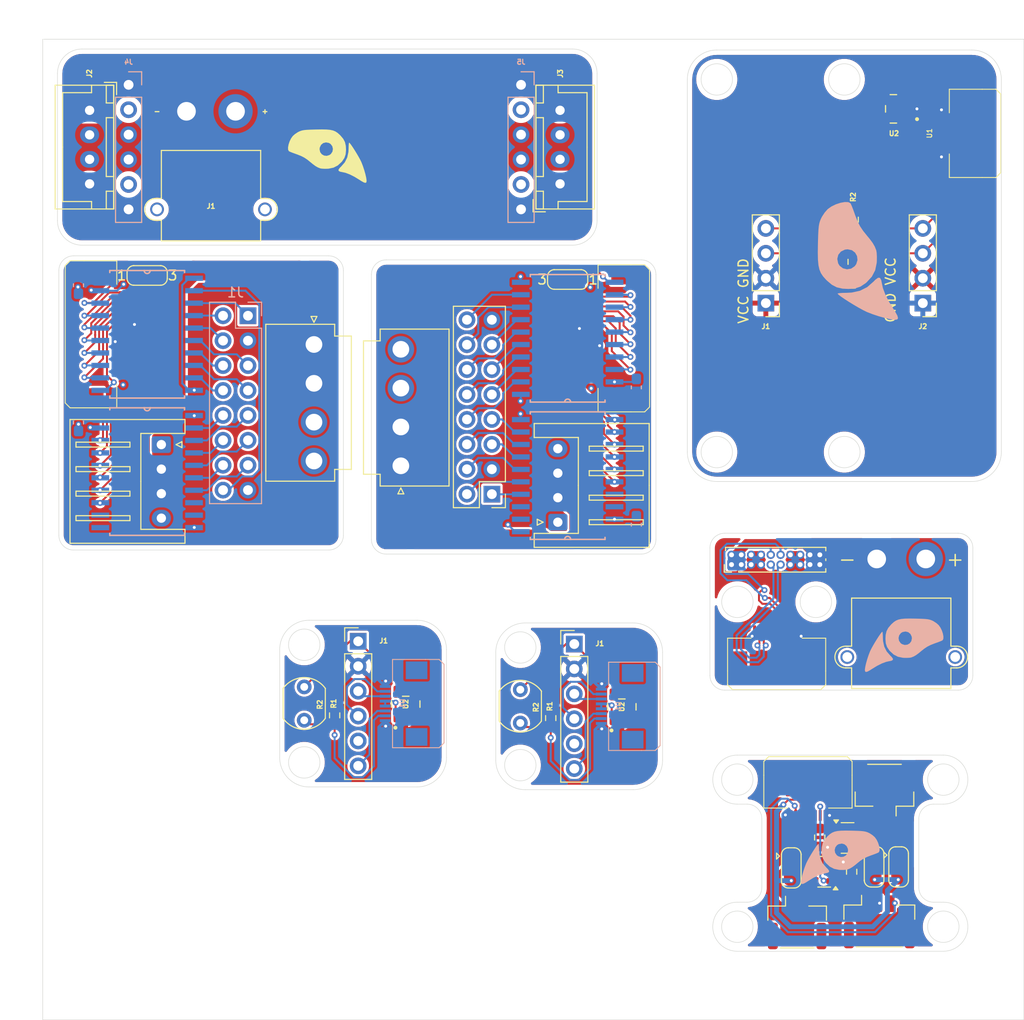
<source format=kicad_pcb>
(kicad_pcb (version 20241229) (generator "pcbnew") (generator_version "9.0")
  (layers (0 "F.Cu" signal) (2 "B.Cu" signal) (13 "F.Paste" user) (15 "B.Paste" user) (5 "F.SilkS" user "F.Silkscreen") (7 "B.SilkS" user "B.Silkscreen") (1 "F.Mask" user) (3 "B.Mask" user) (25 "Edge.Cuts" user))
  (net 0 "")
  (net 1 "I2C SDA")
  (net 2 "+3V3")
  (net 3 "I2C SCL")
  (net 4 "GPIO")
  (net 5 "GND")
  (net 7 "Analog")
  (net 8 "+5V")
  (net 9 "GPIO 0")
  (net 10 "GPIO 1")
  (net 11 "GPIO 3")
  (net 12 "GPIO 2")
  (net 13 "G0")
  (net 14 "B")
  (net 15 "G1")
  (net 16 "E")
  (net 17 "CLK")
  (net 18 "B1")
  (net 19 "B0")
  (net 20 "A")
  (net 21 "D")
  (net 22 "R1")
  (net 23 "R0")
  (net 24 "OE")
  (net 25 "C")
  (net 26 "LAT")
  (net 27 "Disp Display Select")
  (net 28 "Disp GPIO 14")
  (net 29 "Disp GPIO 8")
  (net 30 "Disp GPIO 10")
  (net 31 "Disp GPIO 11")
  (net 32 "Disp GPIO 3")
  (net 33 "Disp GPIO 13")
  (net 34 "Disp GPIO 12")
  (net 35 "Disp GPIO 7")
  (net 36 "Disp GPIO 0")
  (net 37 "Disp GPIO 4")
  (net 38 "Disp GPIO 5")
  (net 39 "Disp GPIO 15")
  (net 40 "Disp GPIO 1")
  (net 41 "Disp GPIO 6")
  (net 42 "Disp GPIO 9")
  (net 43 "Disp GPIO 2")
  (net 47 "Alt A")
  (net 49 "Alt C")
  (net 50 "Alt B")
  (net 51 "Alt R0")
  (net 52 "Alt OE")
  (net 53 "Alt D")
  (net 54 "Alt B0")
  (net 55 "Alt CLK")
  (net 56 "Alt G1")
  (net 57 "Alt G0")
  (net 58 "Alt E")
  (net 59 "Alt B1")
  (net 60 "Alt LAT")
  (net 61 "Alt R1")
  (net 62 "Alt Disp GPIO 8")
  (net 63 "Alt Disp GPIO 7")
  (net 64 "Alt Disp Display Select")
  (net 65 "Alt Disp GPIO 4")
  (net 66 "Alt Disp GPIO 1")
  (net 67 "Alt Disp GPIO 5")
  (net 68 "Alt Disp GPIO 3")
  (net 69 "Alt Disp GPIO 6")
  (net 70 "Alt Disp GPIO 0")
  (net 71 "Alt Disp GPIO 2")
  (net 72 "Alt Disp GPIO 9")
  (net 73 "Alt Disp GPIO 13")
  (net 76 "Alt Disp GPIO 14")
  (net 77 "Alt Disp GPIO 11")
  (net 78 "Alt Disp GPIO 12")
  (net 81 "Alt Disp GPIO 10")
  (net 82 "Alt Disp GPIO 15")
  (net 83 "Mic Analog")
  (net 84 "Net-(J1-Pin_1)")
  (net 85 "Net-(J2-Pin_2)")
  (net 86 "Net-(J2-Pin_1)")
  (net 87 "Net-(J3-Pin_1)")
  (net 88 "Net-(J3-Pin_2)")
  (net 89 "Fan 0")
  (net 90 "Fan 1")
  (net 91 "+RAWVS")
  (net 92 "Power UART RX")
  (net 93 "Power USB -")
  (net 94 "Power UART TX")
  (net 95 "Power USB +")
  (net 96 "Power GPIO 0")
  (net 97 "Power GPIO 1")
  (footprint "TLV 3V3 Regulator:SOT95P280X145-5N" (layer "F.Cu") (at 66.996 97.79676 90)
    (property "Reference" "U2")
    (property "Value" "TLV74133PDBVR" (hide yes))
  )
  (footprint "Connector_PinHeader_2.54mm:PinHeader_1x06_P2.54mm_Vertical" (layer "F.Cu") (at 62.151 91.39676)
    (property "Reference" "J1")
    (property "Value" "VL53L0X" (hide yes))
  )
  (footprint "FFC:FFC 0.8mm 20P" (layer "F.Cu") (at 37.643 60.088 -90)
    (property "Reference" "U1" (hide yes))
    (property "Value" "D0 FFC" (hide yes))
  )
  (footprint "Resistor_SMD:R_0603_1608Metric_Pad0.98x0.95mm_HandSolder" (layer "F.Cu") (at 112.445532 114.895984 90)
    (property "Reference" "R2" (hide yes))
    (property "Value" "10K" (hide yes))
  )
  (footprint "Connector_JST:JST_XH_B4B-XH-A_1x04_P2.50mm_Vertical" (layer "F.Cu") (at 82.725 44.75 90)
    (property "Reference" "J3")
    (property "Value" "D1 FFC" (hide yes))
  )
  (footprint "Connector_JST:JST_GH_SM02B-GHS-TB_1x02-1MP_P1.25mm_Horizontal" (layer "F.Cu") (at 115.791516 106.5 180)
    (property "Reference" "J2" (hide yes))
    (property "Value" "Conn_01x02_Socket" (hide yes))
  )
  (footprint "Connector_PinHeader_2.54mm:PinHeader_1x04_P2.54mm_Vertical" (layer "F.Cu") (at 119.7 56.91 180)
    (property "Reference" "J2")
    (property "Value" "Conn_01x04_Socket" (hide yes))
  )
  (footprint "Connector_JST:JST_XH_S4B-XH-A_1x04_P2.50mm_Horizontal" (layer "F.Cu") (at 42.088 71.338 -90)
    (property "Reference" "J2" (hide yes))
    (property "Value" "Input" (hide yes))
  )
  (footprint "Package_TO_SOT_SMD:SOT-23" (layer "F.Cu") (at 109.645532 114.895984 180)
    (property "Reference" "Q2" (hide yes))
    (property "Value" "DMG3402L" (hide yes))
  )
  (footprint "Jumper:SolderJumper-3_P1.3mm_Open_RoundedPad1.0x1.5mm_NumberLabels" (layer "F.Cu") (at 83.5 54.5 180)
    (property "Reference" "JP2" (hide yes))
    (property "Value" "SolderJumper_3_Open" (hide yes))
  )
  (footprint "Connector_PinHeader_2.54mm:PinHeader_1x04_P2.54mm_Vertical" (layer "F.Cu") (at 103.7 56.91 180)
    (property "Reference" "J1")
    (property "Value" "Conn_01x04_Socket" (hide yes))
  )
  (footprint "OptoDevice:R_LDR_5.1x4.3mm_P3.4mm_Vertical" (layer "F.Cu") (at 56.651 96.04676 -90)
    (property "Reference" "R1")
    (property "Value" "R_Photo" (hide yes))
  )
  (footprint "Connector_AMASS:AMASS_XT30PW-M_1x02_P2.50mm_Horizontal" (layer "F.Cu") (at 44.65 37.35 180)
    (property "Reference" "J1")
    (property "Value" "S JST" (hide yes))
  )
  (footprint "Connector_JST:JST_VH_B4P-VH-B_1x04_P3.96mm_Vertical" (layer "F.Cu") (at 66.5 73.5 90)
    (property "Reference" "J6" (hide yes))
    (property "Value" "Output" (hide yes))
  )
  (footprint "Jumper:SolderJumper-3_P1.3mm_Open_RoundedPad1.0x1.5mm_NumberLabels" (layer "F.Cu") (at 40.643 54.088)
    (property "Reference" "JP1" (hide yes))
    (property "Value" "SolderJumper_3_Open" (hide yes))
  )
  (footprint "Connector_PinHeader_2.54mm:PinHeader_2x08_P2.54mm_Vertical" (layer "F.Cu") (at 75.775 76.39 180)
    (property "Reference" "J4" (hide yes))
    (property "Value" "HUB75" (hide yes))
  )
  (footprint "Resistor_SMD:R_0603_1608Metric_Pad0.98x0.95mm_HandSolder" (layer "F.Cu") (at 109.191516 111.4 -90)
    (property "Reference" "R1" (hide yes))
    (property "Value" "10K" (hide yes))
  )
  (footprint "LOGO" (layer "F.Cu") (at 59 42)
    (property "Reference" "G***" (hide yes))
    (property "Value" "LOGO" (hide yes))
  )
  (footprint "TLV 3V3 Regulator:SOT95P280X145-5N" (layer "F.Cu") (at 89.02 98.075 90)
    (property "Reference" "U2")
    (property "Value" "TLV74133PDBVR" (hide yes))
  )
  (footprint "Connector_JST:JST_VH_B4P-VH-B_1x04_P3.96mm_Vertical" (layer "F.Cu") (at 57.643 61.128 -90)
    (property "Reference" "J3" (hide yes))
    (property "Value" "Output" (hide yes))
  )
  (footprint "Jumper:SolderJumper-3_P1.3mm_Open_RoundedPad1.0x1.5mm" (layer "F.Cu") (at 114.734016 114.4 -90)
    (property "Reference" "JP1" (hide yes))
    (property "Value" "SolderJumper_3_Open" (hide yes))
  )
  (footprint "TLV 3V3 Regulator:SOT95P280X145-5N" (layer "F.Cu") (at 116.7 37.1 180)
    (property "Reference" "U2")
    (property "Value" "TLV74133PDBVR" (hide yes))
  )
  (footprint "Jumper:SolderJumper-3_P1.3mm_Open_RoundedPad1.0x1.5mm" (layer "F.Cu") (at 117.234016 114.4 -90)
    (property "Reference" "JP2" (hide yes))
    (property "Value" "SolderJumper_3_Open" (hide yes))
  )
  (footprint "Connector_AMASS:AMASS_XT30PW-M_1x02_P2.50mm_Horizontal" (layer "F.Cu") (at 115 83 180)
    (property "Reference" "J1" (hide yes))
    (property "Value" "Conn_01x02_Socket" (hide yes))
  )
  (footprint "Resistor_SMD:R_0603_1608Metric_Pad0.98x0.95mm_HandSolder" (layer "F.Cu") (at 81.775 99.225 90)
    (property "Reference" "R2")
    (property "Value" "2Kohm" (hide yes))
  )
  (footprint "FFC:FFC 0.8mm 8P" (layer "F.Cu") (at 107.991516 108.5 180)
    (property "Reference" "U2" (hide yes))
    (property "Value" "F FFC" (hide yes))
  )
  (footprint "Connector_JST:JST_GH_SM03B-GHS-TB_1x03-1MP_P1.25mm_Horizontal" (layer "F.Cu") (at 115.266516 120)
    (property "Reference" "J1" (hide yes))
    (property "Value" "Conn_01x03_Socket" (hide yes))
  )
  (footprint "Resistor_SMD:R_0603_1608Metric_Pad0.98x0.95mm_HandSolder" (layer "F.Cu") (at 59.751 98.94676 90)
    (property "Reference" "R2")
    (property "Value" "2Kohm" (hide yes))
  )
  (footprint "Jumper:SolderJumper-3_P1.3mm_Open_RoundedPad1.0x1.5mm" (layer "F.Cu") (at 106.291516 114.5 -90)
    (property "Reference" "JP3" (hide yes))
    (property "Value" "SolderJumper_3_Open" (hide yes))
  )
  (footprint "Connector_JST:JST_XH_S4B-XH-A_1x04_P2.50mm_Horizontal" (layer "F.Cu") (at 82.5 79.25 90)
    (property "Reference" "J5" (hide yes))
    (property "Value" "Input" (hide yes))
  )
  (footprint "Resistor_SMD:R_0603_1608Metric_Pad0.98x0.95mm_HandSolder" (layer "F.Cu") (at 112.6 48.4 -90)
    (property "Reference" "R2")
    (property "Value" "10Kohms" (hide yes))
  )
  (footprint "Resistor_SMD:R_0603_1608Metric_Pad0.98x0.95mm_HandSolder" (layer "F.Cu") (at 112.6 52.7 90)
    (property "Reference" "R1")
    (property "Value" "10Kohms" (hide yes))
  )
  (footprint "Connector_JST:JST_XH_B4B-XH-A_1x04_P2.50mm_Vertical" (layer "F.Cu") (at 34.775 37.25 -90)
    (property "Reference" "J2")
    (property "Value" "D0 FFC" (hide yes))
  )
  (footprint "FFC:FFC 0.8mm 8P" (layer "F.Cu") (at 122.3 39.6 90)
    (property "Reference" "U1")
    (property "Value" "~" (hide yes))
  )
  (footprint "FCC:FFC 0.8mm 20P" (layer "F.Cu") (at 86.5 60.499999 90)
    (property "Reference" "U4" (hide yes))
    (property "Value" "D0 FFC" (hide yes))
  )
  (footprint "OptoDevice:R_LDR_5.1x4.3mm_P3.4mm_Vertical" (layer "F.Cu") (at 78.675 96.325 -90)
    (property "Reference" "R1")
    (property "Value" "R_Photo" (hide yes))
  )
  (footprint "Connector_PinHeader_2.54mm:PinHeader_1x06_P2.54mm_Vertical" (layer "F.Cu") (at 84.175 91.675)
    (property "Reference" "J1")
    (property "Value" "VL53L0X" (hide yes))
  )
  (footprint "Connector_PinHeader_1.00mm:PinHeader_2x10_P1.00mm_Vertical" (layer "F.Cu") (at 100.2 83.575 90)
    (property "Reference" "J2" (hide yes))
    (property "Value" "Conn_02x10_Odd_Even" (hide yes))
  )
  (footprint "Package_TO_SOT_SMD:SOT-23" (layer "F.Cu") (at 112.029016 111.45)
    (property "Reference" "Q1" (hide yes))
    (property "Value" "DMG3402L" (hide yes))
  )
  (footprint "Connector_JST:JST_GH_SM02B-GHS-TB_1x02-1MP_P1.25mm_Horizontal" (layer "F.Cu") (at 106.891516 120.1)
    (property "Reference" "J3" (hide yes))
    (property "Value" "Conn_01x02_Socket" (hide yes))
  )
  (footprint "FFC:FFC 0.8mm 10P" (layer "F.Cu") (at 104.8 90.975)
    (property "Reference" "U1" (hide yes))
    (property "Value" "~" (hide yes))
  )
  (footprint "Connector_PinHeader_2.54mm:PinHeader_2x08_P2.54mm_Vertical" (layer "B.Cu") (at 50.918 58.198 180)
    (property "Reference" "J1")
    (property "Value" "HUB75" (hide yes))
  )
  (footprint "Capacitor_SMD:C_0603_1608Metric_Pad1.08x0.95mm_HandSolder" (layer "B.Cu") (at 90.5 79.5 90)
    (property "Reference" "C4" (hide yes))
    (property "Value" "10uF" (hide yes))
  )
  (footprint "Capacitor_SMD:C_0603_1608Metric_Pad1.08x0.95mm_HandSolder" (layer "B.Cu") (at 33.643 69.088 -90)
    (property "Reference" "C2" (hide yes))
    (property "Value" "10uF" (hide yes))
  )
  (footprint "LOGO" (layer "B.Cu") (at 111.291516 113.5 180)
    (property "Reference" "G***" (hide yes))
    (property "Value" "LOGO" (hide yes))
  )
  (footprint "FFC:FFC 0.8mm 8P" (layer "B.Cu") (at 65.551 97.74676 -90)
    (property "Reference" "U1")
    (property "Value" "~" (hide yes))
  )
  (footprint "Connector_PinHeader_2.54mm:PinHeader_1x06_P2.54mm_Vertical" (layer "B.Cu") (at 78.75 34.65 180)
    (property "Reference" "J5")
    (property "Value" "S Pins B" (hide yes))
  )
  (footprint "74HC245D:SOIC127P1032X265-20N" (layer "B.Cu") (at 40.643 60.088 180)
    (property "Reference" "U2" (hide yes))
    (property "Value" "74HC245D_653" (hide yes))
  )
  (footprint "Capacitor_SMD:C_0603_1608Metric_Pad1.08x0.95mm_HandSolder" (layer "B.Cu") (at 33.643 55.088 -90)
    (property "Reference" "C1" (hide yes))
    (property "Value" "10uF" (hide yes))
  )
  (footprint "74HC245D:SOIC127P1032X265-20N" (layer "B.Cu") (at 40.643 74.088 180)
    (property "Reference" "U3" (hide yes))
    (property "Value" "74HC245D_653" (hide yes))
  )
  (footprint "Capacitor_SMD:C_0603_1608Metric_Pad1.08x0.95mm_HandSolder" (layer "B.Cu") (at 90.5 65.5 90)
    (property "Reference" "C3" (hide yes))
    (property "Value" "10uF" (hide yes))
  )
  (footprint "LOGO" (layer "B.Cu") (at 117.8 91.875 180)
    (property "Reference" "G***" (hide yes))
    (property "Value" "LOGO" (hide yes))
  )
  (footprint "74HC245:SOIC127P1032X265-20N" (layer "B.Cu") (at 83.5 74.5)
    (property "Reference" "U6" (hide yes))
    (property "Value" "74HC245D_653" (hide yes))
  )
  (footprint "74HC245:SOIC127P1032X265-20N" (layer "B.Cu") (at 83.5 60.5)
    (property "Reference" "U5" (hide yes))
    (property "Value" "74HC245D_653" (hide yes))
  )
  (footprint "LOGO" (layer "B.Cu") (at 113.2 52.6 -90)
    (property "Reference" "G***" (hide yes))
    (property "Value" "LOGO" (hide yes))
  )
  (footprint "FFC:FFC 0.8mm 8P" (layer "B.Cu") (at 87.575 98.025 -90)
    (property "Reference" "U1")
    (property "Value" "~" (hide yes))
  )
  (footprint "Connector_PinHeader_2.54mm:PinHeader_1x06_P2.54mm_Vertical" (layer "B.Cu") (at 38.75 34.65 180)
    (property "Reference" "J4")
    (property "Value" "S Pins A" (hide yes))
  )
  (gr_circle (center 100.791516 105.5) (end 100.791516 103.9) (stroke (width 0.05)) (fill no) (layer "Edge.Cuts"))
  (gr_line (start 71.151 92.24676) (end 71.151 103.24676) (stroke (width 0.05)) (layer "Edge.Cuts"))
  (gr_arc (start 60.643 80.588) (mid 60.20366 81.64866) (end 59.143 82.088) (stroke (width 0.05)) (layer "Edge.Cuts"))
  (gr_arc (start 68.151 89.24676) (mid 70.27232 90.12544) (end 71.151 92.24676) (stroke (width 0.05)) (layer "Edge.Cuts"))
  (gr_arc (start 90.175 89.525) (mid 92.29632 90.40368) (end 93.175 92.525) (stroke (width 0.05)) (layer "Edge.Cuts"))
  (gr_line (start 124.7 75.1) (end 98.7 75.1) (stroke (width 0.05)) (layer "Edge.Cuts"))
  (gr_arc (start 123.3 80.375) (mid 124.36066 80.81434) (end 124.8 81.875) (stroke (width 0.05)) (layer "Edge.Cuts"))
  (gr_arc (start 59.143 52.088) (mid 60.20366 52.52734) (end 60.643 53.588) (stroke (width 0.05)) (layer "Edge.Cuts"))
  (gr_arc (start 65 82.5) (mid 63.93934 82.06066) (end 63.5 81) (stroke (width 0.05)) (layer "Edge.Cuts"))
  (gr_line (start 100.791516 118) (end 101.791516 118) (stroke (width 0.05)) (layer "Edge.Cuts"))
  (gr_arc (start 57.151 106.24676) (mid 55.02968 105.36808) (end 54.151 103.24676) (stroke (width 0.05)) (layer "Edge.Cuts"))
  (gr_arc (start 92.5 81) (mid 92.06066 82.06066) (end 91 82.5) (stroke (width 0.05)) (layer "Edge.Cuts"))
  (gr_line (start 60.643 53.588) (end 60.643 80.588) (stroke (width 0.05)) (layer "Edge.Cuts"))
  (gr_line (start 31.5 48.5) (end 31.5 33.5) (stroke (width 0.05)) (layer "Edge.Cuts"))
  (gr_circle (center 98.7 34.1) (end 97.1 34.1) (stroke (width 0.05)) (fill no) (layer "Edge.Cuts"))
  (gr_arc (start 31.5 33.5) (mid 32.232233 31.732233) (end 34 31) (stroke (width 0.05)) (layer "Edge.Cuts"))
  (gr_arc (start 120.791516 118) (mid 119.730856 117.56066) (end 119.291516 116.5) (stroke (width 0.05)) (layer "Edge.Cuts"))
  (gr_arc (start 127.7 72.1) (mid 126.82132 74.22132) (end 124.7 75.1) (stroke (width 0.05)) (layer "Edge.Cuts"))
  (gr_line (start 84 51) (end 34 51) (stroke (width 0.05)) (layer "Edge.Cuts"))
  (gr_arc (start 95.7 34.1) (mid 96.57868 31.97868) (end 98.7 31.1) (stroke (width 0.05)) (layer "Edge.Cuts"))
  (gr_line (start 101.791516 108) (end 100.791516 108) (stroke (width 0.05)) (layer "Edge.Cuts"))
  (gr_line (start 59.143 52.088) (end 33.143 52.088) (stroke (width 0.05)) (layer "Edge.Cuts"))
  (gr_arc (start 79.175 106.525) (mid 77.05368 105.64632) (end 76.175 103.525) (stroke (width 0.05)) (layer "Edge.Cuts"))
  (gr_arc (start 121.791516 118) (mid 124.291516 120.5) (end 121.791516 123) (stroke (width 0.05)) (layer "Edge.Cuts"))
  (gr_arc (start 124.7 31.1) (mid 126.82132 31.97868) (end 127.7 34.1) (stroke (width 0.05)) (layer "Edge.Cuts"))
  (gr_arc (start 119.291516 109.5) (mid 119.730856 108.43934) (end 120.791516 108) (stroke (width 0.05)) (layer "Edge.Cuts"))
  (gr_line (start 63.5 54) (end 63.5 81) (stroke (width 0.05)) (layer "Edge.Cuts"))
  (gr_line (start 103.291516 116.5) (end 103.291516 109.5) (stroke (width 0.05)) (layer "Edge.Cuts"))
  (gr_line (start 68.151 106.24676) (end 57.151 106.24676) (stroke (width 0.05)) (layer "Edge.Cuts"))
  (gr_line (start 90.175 106.525) (end 79.175 106.525) (stroke (width 0.05)) (layer "Edge.Cuts"))
  (gr_arc (start 121.791516 103) (mid 124.291516 105.5) (end 121.791516 108) (stroke (width 0.05)) (layer "Edge.Cuts"))
  (gr_circle (center 56.651 91.74676) (end 56.651 90.14676) (stroke (width 0.05)) (fill no) (layer "Edge.Cuts"))
  (gr_circle (center 98.7 72.1) (end 97.1 72.1) (stroke (width 0.05)) (fill no) (layer "Edge.Cuts"))
  (gr_line (start 65 52.5) (end 91 52.5) (stroke (width 0.05)) (layer "Edge.Cuts"))
  (gr_rect (start 30 30) (end 130 130) (stroke (width 0.05)) (fill no) (layer "Edge.Cuts"))
  (gr_circle (center 100.791516 120.5) (end 100.791516 118.9) (stroke (width 0.05)) (fill no) (layer "Edge.Cuts"))
  (gr_line (start 95.7 72.1) (end 95.7 34.1) (stroke (width 0.05)) (layer "Edge.Cuts"))
  (gr_circle (center 100.8 87.375) (end 100.8 85.775) (stroke (width 0.05)) (fill no) (layer "Edge.Cuts"))
  (gr_line (start 100.791516 103) (end 121.791516 103) (stroke (width 0.05)) (layer "Edge.Cuts"))
  (gr_line (start 98.7 31.1) (end 124.7 31.1) (stroke (width 0.05)) (layer "Edge.Cuts"))
  (gr_line (start 121.791516 108) (end 120.791516 108) (stroke (width 0.05)) (layer "Edge.Cuts"))
  (gr_arc (start 93.175 103.525) (mid 92.29632 105.64632) (end 90.175 106.525) (stroke (width 0.05)) (layer "Edge.Cuts"))
  (gr_arc (start 91 52.5) (mid 92.06066 52.93934) (end 92.5 54) (stroke (width 0.05)) (layer "Edge.Cuts"))
  (gr_circle (center 121.791516 105.5) (end 121.791516 103.9) (stroke (width 0.05)) (fill no) (layer "Edge.Cuts"))
  (gr_circle (center 111.7 34.1) (end 110.1 34.1) (stroke (width 0.05)) (fill no) (layer "Edge.Cuts"))
  (gr_line (start 76.175 103.525) (end 76.175 92.525) (stroke (width 0.05)) (layer "Edge.Cuts"))
  (gr_arc (start 76.175 92.525) (mid 77.05368 90.40368) (end 79.175 89.525) (stroke (width 0.05)) (layer "Edge.Cuts"))
  (gr_arc (start 34 51) (mid 32.232233 50.267767) (end 31.5 48.5) (stroke (width 0.05)) (layer "Edge.Cuts"))
  (gr_line (start 98 94.875) (end 98 81.875) (stroke (width 0.05)) (layer "Edge.Cuts"))
  (gr_circle (center 78.675 104.025) (end 78.675 102.425) (stroke (width 0.05)) (fill no) (layer "Edge.Cuts"))
  (gr_line (start 124.8 81.875) (end 124.8 94.875) (stroke (width 0.05)) (layer "Edge.Cuts"))
  (gr_arc (start 63.5 54) (mid 63.93934 52.93934) (end 65 52.5) (stroke (width 0.05)) (layer "Edge.Cuts"))
  (gr_circle (center 78.675 92.025) (end 78.675 90.425) (stroke (width 0.05)) (fill no) (layer "Edge.Cuts"))
  (gr_line (start 34 31) (end 84 31) (stroke (width 0.05)) (layer "Edge.Cuts"))
  (gr_line (start 65 82.5) (end 91 82.5) (stroke (width 0.05)) (layer "Edge.Cuts"))
  (gr_circle (center 111.7 72.1) (end 110.1 72.1) (stroke (width 0.05)) (fill no) (layer "Edge.Cuts"))
  (gr_arc (start 84 31) (mid 85.767767 31.732233) (end 86.5 33.5) (stroke (width 0.05)) (layer "Edge.Cuts"))
  (gr_line (start 57.151 89.24676) (end 68.151 89.24676) (stroke (width 0.05)) (layer "Edge.Cuts"))
  (gr_line (start 120.791516 118) (end 121.791516 118) (stroke (width 0.05)) (layer "Edge.Cuts"))
  (gr_line (start 92.5 54) (end 92.5 81) (stroke (width 0.05)) (layer "Edge.Cuts"))
  (gr_line (start 93.175 92.525) (end 93.175 103.525) (stroke (width 0.05)) (layer "Edge.Cuts"))
  (gr_line (start 54.151 103.24676) (end 54.151 92.24676) (stroke (width 0.05)) (layer "Edge.Cuts"))
  (gr_arc (start 101.791516 108) (mid 102.852176 108.43934) (end 103.291516 109.5) (stroke (width 0.05)) (layer "Edge.Cuts"))
  (gr_line (start 59.143 82.088) (end 33.143 82.088) (stroke (width 0.05)) (layer "Edge.Cuts"))
  (gr_arc (start 124.8 94.875) (mid 124.36066 95.93566) (end 123.3 96.375) (stroke (width 0.05)) (layer "Edge.Cuts"))
  (gr_circle (center 108.8 87.375) (end 108.8 85.775) (stroke (width 0.05)) (fill no) (layer "Edge.Cuts"))
  (gr_arc (start 86.5 48.5) (mid 85.767767 50.267767) (end 84 51) (stroke (width 0.05)) (layer "Edge.Cuts"))
  (gr_line (start 119.291516 109.5) (end 119.291516 116.5) (stroke (width 0.05)) (layer "Edge.Cuts"))
  (gr_arc (start 71.151 103.24676) (mid 70.27232 105.36808) (end 68.151 106.24676) (stroke (width 0.05)) (layer "Edge.Cuts"))
  (gr_line (start 99.5 80.375) (end 123.3 80.375) (stroke (width 0.05)) (layer "Edge.Cuts"))
  (gr_arc (start 99.5 96.375) (mid 98.43934 95.93566) (end 98 94.875) (stroke (width 0.05)) (layer "Edge.Cuts"))
  (gr_line (start 123.3 96.375) (end 99.5 96.375) (stroke (width 0.05)) (layer "Edge.Cuts"))
  (gr_arc (start 33.143 82.088) (mid 32.08234 81.64866) (end 31.643 80.588) (stroke (width 0.05)) (layer "Edge.Cuts"))
  (gr_circle (center 121.791516 120.5) (end 121.791516 118.9) (stroke (width 0.05)) (fill no) (layer "Edge.Cuts"))
  (gr_circle (center 56.651 103.74676) (end 56.651 102.14676) (stroke (width 0.05)) (fill no) (layer "Edge.Cuts"))
  (gr_arc (start 98.7 75.1) (mid 96.57868 74.22132) (end 95.7 72.1) (stroke (width 0.05)) (layer "Edge.Cuts"))
  (gr_line (start 86.5 33.5) (end 86.5 48.5) (stroke (width 0.05)) (layer "Edge.Cuts"))
  (gr_arc (start 100.791516 108) (mid 98.291516 105.5) (end 100.791516 103) (stroke (width 0.05)) (layer "Edge.Cuts"))
  (gr_arc (start 54.151 92.24676) (mid 55.02968 90.12544) (end 57.151 89.24676) (stroke (width 0.05)) (layer "Edge.Cuts"))
  (gr_arc (start 103.291516 116.5) (mid 102.852176 117.56066) (end 101.791516 118) (stroke (width 0.05)) (layer "Edge.Cuts"))
  (gr_arc (start 100.791516 123) (mid 98.291516 120.5) (end 100.791516 118) (stroke (width 0.05)) (layer "Edge.Cuts"))
  (gr_arc (start 98 81.875) (mid 98.43934 80.81434) (end 99.5 80.375) (stroke (width 0.05)) (layer "Edge.Cuts"))
  (gr_line (start 31.643 53.588) (end 31.643 80.588) (stroke (width 0.05)) (layer "Edge.Cuts"))
  (gr_line (start 127.7 34.1) (end 127.7 72.1) (stroke (width 0.05)) (layer "Edge.Cuts"))
  (gr_line (start 79.175 89.525) (end 90.175 89.525) (stroke (width 0.05)) (layer "Edge.Cuts"))
  (gr_arc (start 31.643 53.588) (mid 32.08234 52.52734) (end 33.143 52.088) (stroke (width 0.05)) (layer "Edge.Cuts"))
  (gr_line (start 121.791516 123) (end 100.791516 123) (stroke (width 0.05)) (layer "Edge.Cuts"))
  (gr_text "GND VCC" (at 117 59 90) (layer "F.SilkS") (effects (font (size 1 1)) (justify left bottom)))
  (gr_text "VCC GND" (at 102 59.1 90) (layer "F.SilkS") (effects (font (size 1 1)) (justify left bottom)))
  (segment (start 83.024 98.144) (end 83.024 96.27824) (width 0.2) (layer "B.Cu") (net 1))
  (segment (start 83.77724 95.525) (end 84.873 95.525) (width 0.2) (layer "B.Cu") (net 1))
  (segment (start 61 97.86576) (end 61 96) (width 0.2) (layer "B.Cu") (net 1))
  (segment (start 83.024 96.27824) (end 83.77724 95.525) (width 0.2) (layer "B.Cu") (net 1))
  (segment (start 62.151 99.01676) (end 61 97.86576) (width 0.2) (layer "B.Cu") (net 1))
  (segment (start 86.123 96.775) (end 86.925 96.775) (width 0.2) (layer "B.Cu") (net 1))
  (segment (start 84.175 99.295) (end 83.024 98.144) (width 0.2) (layer "B.Cu") (net 1))
  (segment (start 62.849 95.24676) (end 64.099 96.49676) (width 0.2) (layer "B.Cu") (net 1))
  (segment (start 61 96) (end 61.75324 95.24676) (width 0.2) (layer "B.Cu") (net 1))
  (segment (start 64.099 96.49676) (end 64.901 96.49676) (width 0.2) (layer "B.Cu") (net 1))
  (segment (start 61.75324 95.24676) (end 62.849 95.24676) (width 0.2) (layer "B.Cu") (net 1))
  (segment (start 84.873 95.525) (end 86.123 96.775) (width 0.2) (layer "B.Cu") (net 1))
  (segment (start 56.651 96.04676) (end 61.301 91.39676) (width 0.2) (layer "F.Cu") (net 2))
  (segment (start 66.046 96.54176) (end 66.046 95.29176) (width 0.2) (layer "F.Cu") (net 2))
  (segment (start 83.325 91.675) (end 84.175 91.675) (width 0.2) (layer "F.Cu") (net 2))
  (segment (start 107.241515 109.15) (end 107.241515 107.899999) (width 0.2) (layer "F.Cu") (net 2))
  (segment (start 107.241515 107.899999) (end 106.891516 107.55) (width 0.2) (layer "F.Cu") (net 2))
  (segment (start 106.891516 107.55) (end 105.991516 107.55) (width 0.2) (layer "F.Cu") (net 2))
  (segment (start 88.07 95.57) (end 84.175 91.675) (width 0.2) (layer "F.Cu") (net 2))
  (segment (start 105.991516 107.55) (end 105.491516 108.05) (width 0.2) (layer "F.Cu") (net 2))
  (segment (start 61.301 91.39676) (end 62.151 91.39676) (width 0.2) (layer "F.Cu") (net 2))
  (segment (start 78.675 96.325) (end 83.325 91.675) (width 0.2) (layer "F.Cu") (net 2))
  (segment (start 114.734016 115.7) (end 114.791516 115.7) (width 0.5) (layer "F.Cu") (net 2))
  (segment (start 117.234016 115.7) (end 117.191516 115.7) (width 0.5) (layer "F.Cu") (net 2))
  (segment (start 66.046 95.29176) (end 62.151 91.39676) (width 0.2) (layer "F.Cu") (net 2))
  (segment (start 88.07 96.82) (end 88.07 95.57) (width 0.2) (layer "F.Cu") (net 2))
  (via (at 114.791516 115.7) (size 0.5) (drill 0.3) (layers "F.Cu" "B.Cu") (net 2))
  (via (at 106.291516 115.8) (size 0.5) (drill 0.3) (layers "F.Cu" "B.Cu") (net 2))
  (via (at 105.491516 108.05) (size 0.6) (drill 0.3) (layers "F.Cu" "B.Cu") (net 2))
  (via (at 117.191516 115.7) (size 0.5) (drill 0.3) (layers "F.Cu" "B.Cu") (net 2))
  (segment (start 114.791516 115.7) (end 117.191516 115.7) (width 0.5) (layer "B.Cu") (net 2))
  (segment (start 104.791516 108.937925) (end 104.791516 115.8) (width 0.5) (layer "B.Cu") (net 2))
  (segment (start 104.791516 115.8) (end 106.291516 115.8) (width 0.5) (layer "B.Cu") (net 2))
  (segment (start 114.591516 120.5) (end 116.091516 119) (width 0.5) (layer "B.Cu") (net 2))
  (segment (start 104.791516 108.937925) (end 104.791516 108.75) (width 0.5) (layer "B.Cu") (net 2))
  (segment (start 104.791516 115.8) (end 104.791516 119.1) (width 0.5) (layer "B.Cu") (net 2))
  (segment (start 106.191516 120.5) (end 114.591516 120.5) (width 0.5) (layer "B.Cu") (net 2))
  (segment (start 116.091516 116.8) (end 117.191516 115.7) (width 0.5) (layer "B.Cu") (net 2))
  (segment (start 104.791516 119.1) (end 106.191516 120.5) (width 0.5) (layer "B.Cu") (net 2))
  (segment (start 104.791516 108.75) (end 105.491516 108.05) (width 0.5) (layer "B.Cu") (net 2))
  (segment (start 116.091516 119) (end 116.091516 116.8) (width 0.5) (layer "B.Cu") (net 2))
  (segment (start 64.901001 96.99676) (end 62.671 96.99676) (width 0.2) (layer "B.Cu") (net 3))
  (segment (start 84.695 97.275) (end 84.175 96.755) (width 0.2) (layer "B.Cu") (net 3))
  (segment (start 62.671 96.99676) (end 62.151 96.47676) (width 0.2) (layer "B.Cu") (net 3))
  (segment (start 86.925001 97.275) (end 84.695 97.275) (width 0.2) (layer "B.Cu") (net 3))
  (segment (start 86.122999 98.775001) (end 85.326 99.572) (width 0.2) (layer "B.Cu") (net 4))
  (segment (start 86.925 98.775001) (end 86.122999 98.775001) (width 0.2) (layer "B.Cu") (net 4))
  (segment (start 64.098999 98.496761) (end 63.302 99.29376) (width 0.2) (layer "B.Cu") (net 4))
  (segment (start 63.302 99.29376) (end 63.302 102.94576) (width 0.2) (layer "B.Cu") (net 4))
  (segment (start 64.901 98.496761) (end 64.098999 98.496761) (width 0.2) (layer "B.Cu") (net 4))
  (segment (start 63.302 102.94576) (end 62.151 104.09676) (width 0.2) (layer "B.Cu") (net 4))
  (segment (start 85.326 103.224) (end 84.175 104.375) (width 0.2) (layer "B.Cu") (net 4))
  (segment (start 85.326 99.572) (end 85.326 103.224) (width 0.2) (layer "B.Cu") (net 4))
  (segment (start 109.05 82.575) (end 109.2 82.575) (width 0.5) (layer "F.Cu") (net 5))
  (segment (start 111.545532 113.945984) (end 111.591516 113.9) (width 0.2) (layer "F.Cu") (net 5))
  (segment (start 101.2 82.575) (end 101.2 83.575) (width 0.5) (layer "F.Cu") (net 5))
  (segment (start 109.979016 112.4125) (end 109.991516 112.4) (width 0.2) (layer "F.Cu") (net 5))
  (segment (start 108.2 82.336148) (end 108.2 82.575) (width 0.5) (layer "F.Cu") (net 5))
  (segment (start 109.991516 112.4) (end 111.091516 112.4) (width 0.2) (layer "F.Cu") (net 5))
  (segment (start 38.293 65.138) (end 38.293 64.837999) (width 0.2) (layer "F.Cu") (net 5))
  (segment (start 109.741516 109.15) (end 110.191516 109.15) (width 0.2) (layer "F.Cu") (net 5))
  (segment (start 115.266516 118.125) (end 115.291516 118.1) (width 0.2) (layer "F.Cu") (net 5))
  (segment (start 100.2 83.575) (end 100.2 82.575) (width 0.5) (layer "F.Cu") (net 5))
  (segment (start 100.2 82.575) (end 101.2 83.575) (width 0.5) (layer "F.Cu") (net 5))
  (segment (start 106.241517 109.15) (end 105.741516 109.15) (width 0.2) (layer "F.Cu") (net 5))
  (segment (start 108.2 82.575) (end 109.2 82.575) (width 0.5) (layer "F.Cu") (net 5))
  (segment (start 115.266516 118.15) (end 115.266516 118.125) (width 0.2) (layer "F.Cu") (net 5))
  (segment (start 121.65 41.35) (end 121.65 41.95) (width 0.2) (layer "F.Cu") (net 5))
  (segment (start 107.1 90.675) (end 107.1 90.375001) (width 0.2) (layer "F.Cu") (net 5))
  (segment (start 101.826 81.699) (end 107.562852 81.699) (width 0.5) (layer "F.Cu") (net 5))
  (segment (start 85.85 65.25) (end 85.85 65.55) (width 0.2) (layer "F.Cu") (net 5))
  (segment (start 101.2 82.325) (end 101.826 81.699) (width 0.5) (layer "F.Cu") (net 5))
  (segment (start 101.2 82.575) (end 100.2 83.575) (width 0.5) (layer "F.Cu") (net 5))
  (segment (start 85.85 55.35) (end 85.8 55.3) (width 0.2) (layer "F.Cu") (net 5))
  (segment (start 107.1 90.375001) (end 107.049999 90.325) (width 0.2) (layer "F.Cu") (net 5))
  (segment (start 109.2 82.575) (end 109.2 83.575) (width 0.5) (layer "F.Cu") (net 5))
  (segment (start 117.955 37.1) (end 119.1 37.1) (width 0.2) (layer "F.Cu") (net 5))
  (segment (start 101.65 81.225) (end 107.7 81.225) (width 0.5) (layer "F.Cu") (net 5))
  (segment (start 38.293 55.337999) (end 38.293 55.038) (width 0.2) (layer "F.Cu") (net 5))
  (segment (start 108.2 83.575) (end 108.2 82.575) (width 0.5) (layer "F.Cu") (net 5))
  (segment (start 107.562852 81.699) (end 108.2 82.336148) (width 0.5) (layer "F.Cu") (net 5))
  (segment (start 107.3 90.875) (end 107.1 90.675) (width 0.2) (layer "F.Cu") (net 5))
  (segment (start 102.546445 90.628555) (end 102.546445 90.328554) (width 0.2) (layer "F.Cu") (net 5))
  (segment (start 108.2 82.575) (end 109.2 83.575) (width 0.5) (layer "F.Cu") (net 5))
  (segment (start 38.193 65.238) (end 38.293 65.138) (width 0.2) (layer "F.Cu") (net 5))
  (segment (start 100.2 82.575) (end 101.2 82.575) (width 0.5) (layer "F.Cu") (net 5))
  (segment (start 111.591516 113.9) (end 112.362048 113.9) (width 0.2) (layer "F.Cu") (net 5))
  (segment (start 112.362048 113.9) (end 112.445532 113.983484) (width 0.2) (layer "F.Cu") (net 5))
  (segment (start 110.583032 113.945984) (end 111.545532 113.945984) (width 0.2) (layer "F.Cu") (net 5))
  (segment (start 121.65 37.25) (end 121.6 37.2) (width 0.2) (layer "F.Cu") (net 5))
  (segment (start 121.65 37.850001) (end 121.65 37.25) (width 0.2) (layer "F.Cu") (net 5))
  (segment (start 100.3 82.575) (end 101.65 81.225) (width 0.5) (layer "F.Cu") (net 5))
  (segment (start 101.2 82.575) (end 101.2 82.325) (width 0.5) (layer "F.Cu") (net 5))
  (segment (start 108.2 83.575) (end 109.2 82.575) (width 0.5) (layer "F.Cu") (net 5))
  (segment (start 102.546445 90.328554) (end 102.549999 90.325) (width 0.2) (layer "F.Cu") (net 5))
  (segment (start 109.2 83.575) (end 108.2 83.575) (width 0.5) (layer "F.Cu") (net 5))
  (segment (start 100.2 82.575) (end 100.3 82.575) (width 0.5) (layer "F.Cu") (net 5))
  (segment (start 85.85 55.75) (end 85.85 55.35) (width 0.2) (layer "F.Cu") (net 5))
  (segment (start 101.2 83.575) (end 100.2 83.575) (width 0.5) (layer "F.Cu") (net 5))
  (segment (start 85.85 65.55) (end 85.9 65.6) (width 0.2) (layer "F.Cu") (net 5))
  (segment (start 107.7 81.225) (end 109.05 82.575) (width 0.5) (layer "F.Cu") (net 5))
  (segment (start 121.65 41.95) (end 121.6 42) (width 0.2) (layer "F.Cu") (net 5))
  (segment (start 109.291516 112.4125) (end 109.979016 112.4125) (width 0.2) (layer "F.Cu") (net 5))
  (segment (start 102.3 90.875) (end 102.546445 90.628555) (width 0.2) (layer "F.Cu") (net 5))
  (segment (start 105.741516 109.15) (end 105.691516 109.1) (width 0.2) (layer "F.Cu") (net 5))
  (segment (start 38.293 55.038) (end 38.243 54.988) (width 0.2) (layer "F.Cu") (net 5))
  (via (at 102.3 90.875) (size 0.6) (drill 0.3) (layers "F.Cu" "B.Cu") (net 5))
  (via (at 34.943 55.588) (size 0.6) (drill 0.3) (layers "F.Cu" "B.Cu") (net 5))
  (via (at 33.642313 69.263) (size 0.6) (drill 0.3) (layers "F.Cu" "B.Cu") (net 5))
  (via (at 109.991516 112.4) (size 0.6) (drill 0.3) (layers "F.Cu" "B.Cu") (net 5))
  (via (at 85.9 65.6) (size 0.6) (drill 0.3) (layers "F.Cu" "B.Cu") (net 5))
  (via (at 45.443 65.788) (size 0.6) (drill 0.3) (layers "F.Cu" "B.Cu") (net 5))
  (via (at 121.6 37.2) (size 0.6) (drill 0.3) (layers "F.Cu" "B.Cu") (net 5))
  (via (at 86.975 100.325) (size 0.6) (drill 0.3) (layers "F.Cu" "B.Cu") (net 5))
  (via (at 85.8 55.3) (size 0.6) (drill 0.3) (layers "F.Cu" "B.Cu") (net 5))
  (via (at 110.191516 109.15) (size 0.6) (drill 0.3) (layers "F.Cu" "B.Cu") (net 5))
  (via (at 111.591516 113.9) (size 0.6) (drill 0.3) (layers "F.Cu" "B.Cu") (net 5))
  (via (at 115.291516 118.1) (size 0.6) (drill 0.3) (layers "F.Cu" "B.Cu") (net 5))
  (via (at 88.2752 64.945) (size 0.6) (drill 0.3) (layers "F.Cu" "B.Cu") (net 5))
  (via (at 38.193 65.238) (size 0.6) (drill 0.3) (layers "F.Cu" "B.Cu") (net 5))
  (via (at 121.6 42) (size 0.6) (drill 0.3) (layers "F.Cu" "B.Cu") (net 5))
  (via (at 45.443 79.788) (size 0.6) (drill 0.3) (layers "F.Cu" "B.Cu") (net 5))
  (via (at 78.7 68.2) (size 0.6) (drill 0.3) (layers "F.Cu" "B.Cu") (net 5))
  (via (at 45.443 68.388) (size 0.6) (drill 0.3) (layers "F.Cu" "B.Cu") (net 5))
  (via (at 64.951 100.04676) (size 0.6) (drill 0.3) (layers "F.Cu" "B.Cu") (net 5))
  (via (at 64.951 95.44676) (size 0.6) (drill 0.3) (layers "F.Cu" "B.Cu") (net 5))
  (via (at 38.243 54.988) (size 0.6) (drill 0.3) (layers "F.Cu" "B.Cu") (net 5))
  (via (at 107.3 90.875) (size 0.6) (drill 0.3) (layers "F.Cu" "B.Cu") (net 5))
  (via (at 77.413883 79.499) (size 0.6) (drill 0.3) (layers "F.Cu" "B.Cu") (net 5))
  (via (at 33.588625 55.263) (size 0.6) (drill 0.3) (layers "F.Cu" "B.Cu") (net 5))
  (via (at 78.7 54.2) (size 0.6) (drill 0.3) (layers "F.Cu" "B.Cu") (net 5))
  (via (at 88.2752 78.945) (size 0.6) (drill 0.3) (layers "F.Cu" "B.Cu") (net 5))
  (via (at 105.691516 109.1) (size 0.6) (drill 0.3) (layers "F.Cu" "B.Cu") (net 5))
  (via (at 86.975 95.725) (size 0.6) (drill 0.3) (layers "F.Cu" "B.Cu") (net 5))
  (via (at 34.843 69.588) (size 0.6) (drill 0.3) (layers "F.Cu" "B.Cu") (net 5))
  (via (at 78.7 66.9) (size 0.6) (drill 0.3) (layers "F.Cu" "B.Cu") (net 5))
  (via (at 119.1 37.1) (size 0.6) (drill 0.3) (layers "F.Cu" "B.Cu") (net 5))
  (segment (start 78.7 68.2) (end 78.7248 68.2248) (width 0.2) (layer "B.Cu") (net 5))
  (segment (start 86.925 100.275) (end 86.975 100.325) (width 0.2) (layer "B.Cu") (net 5))
  (segment (start 35.8678 69.643) (end 34.898 69.643) (width 0.2) (layer "B.Cu") (net 5))
  (segment (start 44.9178 65.803) (end 45.4182 65.803) (width 0.2) (layer "B.Cu") (net 5))
  (segment (start 86.925 95.775) (end 86.975 95.725) (width 0.2) (layer "B.Cu") (net 5))
  (segment (start 45.428 68.373) (end 45.443 68.388) (width 0.2) (layer "B.Cu") (net 5))
  (segment (start 37.588 55.643) (end 35.8678 55.643) (width 0.2) (layer "B.Cu") (net 5))
  (segment (start 78.7248 68.2248) (end 78.7248 68.785) (width 0.2) (layer "B.Cu") (net 5))
  (segment (start 45.4182 54.373) (end 44.9178 54.373) (width 0.2) (layer "B.Cu") (net 5))
  (segment (start 45.428 79.803) (end 45.443 79.788) (width 0.2) (layer "B.Cu") (net 5))
  (segment (start 90.1925 64.945) (end 90.5 64.6375) (width 0.2) (layer "B.Cu") (net 5))
  (segment (start 90.1925 78.945) (end 90.5 78.6375) (width 0.2) (layer "B.Cu") (net 5))
  (segment (start 34.998 55.643) (end 34.943 55.588) (width 0.2) (layer "B.Cu") (net 5))
  (segment (start 45.4182 68.373) (end 45.428 68.373) (width 0.2) (layer "B.Cu") (net 5))
  (segment (start 34.898 69.643) (end 34.843 69.588) (width 0.2) (layer "B.Cu") (net 5))
  (segment (start 78.7248 66.6752) (end 78.7248 66.215) (width 0.2) (layer "B.Cu") (net 5))
  (segment (start 64.901 95.99676) (end 64.901 95.49676) (width 0.2) (layer "B.Cu") (net 5))
  (segment (start 64.901 99.496759) (end 64.901 99.99676) (width 0.2) (layer "B.Cu") (net 5))
  (segment (start 44.2155 65.1007) (end 44.9178 65.803) (width 0.2) (layer "B.Cu") (net 5))
  (segment (start 78.7248 54.2248) (end 78.7 54.2) (width 0.2) (layer "B.Cu") (net 5))
  (segment (start 86.925 99.774999) (end 86.925 100.275) (width 0.2) (layer "B.Cu") (net 5))
  (segment (start 33.643 69.263687) (end 33.642313 69.263) (width 0.2) (layer "B.Cu") (net 5))
  (segment (start 33.643 55.317375) (end 33.588625 55.263) (width 0.2) (layer "B.Cu") (net 5))
  (segment (start 78.7248 80.215) (end 78.129883 80.215) (width 0.2) (layer "B.Cu") (net 5))
  (segment (start 86.925 96.275) (end 86.925 95.775) (width 0.2) (layer "B.Cu") (net 5))
  (segment (start 38.243 54.988) (end 37.588 55.643) (width 0.2) (layer "B.Cu") (net 5))
  (segment (start 44.9178 54.373) (end 44.2155 55.0753) (width 0.2) (layer "B.Cu") (net 5))
  (segment (start 78.129883 80.215) (end 77.413883 79.499) (width 0.2) (layer "B.Cu") (net 5))
  (segment (start 78.7 66.9) (end 78.7 66.7) (width 0.2) (layer "B.Cu") (net 5))
  (segment (start 45.4182 65.803) (end 45.428 65.803) (width 0.2) (layer "B.Cu") (net 5))
  (segment (start 33.643 69.9505) (end 33.643 69.263687) (width 0.2) (layer "B.Cu") (net 5))
  (segment (start 78.7 66.7) (end 78.7248 66.6752) (width 0.2) (layer "B.Cu") (net 5))
  (segment (start 78.7248 54.785) (end 78.7248 54.2248) (width 0.2) (layer "B.Cu") (net 5))
  (segment (start 44.2155 55.0753) (end 44.2155 65.1007) (width 0.2) (layer "B.Cu") (net 5))
  (segment (start 45.4182 79.803) (end 45.428 79.803) (width 0.2) (layer "B.Cu") (net 5))
  (segment (start 88.2752 78.945) (end 90.1925 78.945) (width 0.2) (layer "B.Cu") (net 5))
  (segment (start 88.2752 64.945) (end 90.1925 64.945) (width 0.2) (layer "B.Cu") (net 5))
  (segment (start 45.428 65.803) (end 45.443 65.788) (width 0.2) (layer "B.Cu") (net 5))
  (segment (start 64.901 95.49676) (end 64.951 95.44676) (width 0.2) (layer "B.Cu") (net 5))
  (segment (start 33.643 55.9505) (end 33.643 55.317375) (width 0.2) (layer "B.Cu") (net 5))
  (segment (start 64.901 99.99676) (end 64.951 100.04676) (width 0.2) (layer "B.Cu") (net 5))
  (segment (start 35.8678 55.643) (end 34.998 55.643) (width 0.2) (layer "B.Cu") (net 5))
  (segment (start 81.775 100.1375) (end 79.0875 100.1375) (width 0.2) (layer "F.Cu") (net 7))
  (segment (start 59.751 100.94676) (end 59.751 99.85926) (width 0.2) (layer "F.Cu") (net 7))
  (segment (start 57.0635 99.85926) (end 56.651 99.44676) (width 0.2) (layer "F.Cu") (net 7))
  (segment (start 59.751 99.85926) (end 57.0635 99.85926) (width 0.2) (layer "F.Cu") (net 7))
  (segment (start 81.775 101.225) (end 81.775 100.1375) (width 0.2) (layer "F.Cu") (net 7))
  (segment (start 79.0875 100.1375) (end 78.675 99.725) (width 0.2) (layer "F.Cu") (net 7))
  (via (at 59.751 100.94676) (size 0.6) (drill 0.3) (layers "F.Cu" "B.Cu") (net 7))
  (via (at 81.775 101.225) (size 0.6) (drill 0.3) (layers "F.Cu" "B.Cu") (net 7))
  (segment (start 63.751 99.44676) (end 63.751 99.54676) (width 0.2) (layer "B.Cu") (net 7))
  (segment (start 84.65276 105.525) (end 83.69724 105.525) (width 0.2) (layer "B.Cu") (net 7))
  (segment (start 85.775 99.725) (end 85.775 99.825) (width 0.2) (layer "B.Cu") (net 7))
  (segment (start 81.775 103.60276) (end 81.775 101.225) (width 0.2) (layer "B.Cu") (net 7))
  (segment (start 85.775 104.40276) (end 84.65276 105.525) (width 0.2) (layer "B.Cu") (net 7))
  (segment (start 63.751 99.54676) (end 63.751 104.12452) (width 0.2) (layer "B.Cu") (net 7))
  (segment (start 86.925 99.275) (end 86.225 99.275) (width 0.2) (layer "B.Cu") (net 7))
  (segment (start 62.62876 105.24676) (end 61.67324 105.24676) (width 0.2) (layer "B.Cu") (net 7))
  (segment (start 63.751 104.12452) (end 62.62876 105.24676) (width 0.2) (layer "B.Cu") (net 7))
  (segment (start 85.775 99.825) (end 85.775 104.40276) (width 0.2) (layer "B.Cu") (net 7))
  (segment (start 64.901 98.99676) (end 64.201 98.99676) (width 0.2) (layer "B.Cu") (net 7))
  (segment (start 59.751 103.32452) (end 59.751 100.94676) (width 0.2) (layer "B.Cu") (net 7))
  (segment (start 64.201 98.99676) (end 63.751 99.44676) (width 0.2) (layer "B.Cu") (net 7))
  (segment (start 83.69724 105.525) (end 81.775 103.60276) (width 0.2) (layer "B.Cu") (net 7))
  (segment (start 86.225 99.275) (end 85.775 99.725) (width 0.2) (layer "B.Cu") (net 7))
  (segment (start 61.67324 105.24676) (end 59.751 103.32452) (width 0.2) (layer "B.Cu") (net 7))
  (segment (start 105.439516 113.2) (end 106.291516 113.2) (width 0.5) (layer "F.Cu") (net 8))
  (segment (start 45.342 53.589) (end 56.144 53.589) (width 2) (layer "F.Cu") (net 8))
  (segment (start 42.088 76.088) (end 39.912 73.912) (width 2) (layer "F.Cu") (net 8))
  (segment (start 107.991516 109.1) (end 108.140516 109.1) (width 0.5) (layer "F.Cu") (net 8))
  (segment (start 81.06505 81.199) (end 80.86505 80.999) (width 1.6) (layer "F.Cu") (net 8))
  (segment (start 117.955 38.05) (end 117.350001 38.05) (width 0.2) (layer "F.Cu") (net 8))
  (segment (start 56.144 53.589) (end 57.643 55.088) (width 2) (layer "F.Cu") (net 8))
  (segment (start 89.97 99.036638) (end 89.97 99.33) (width 0.2) (layer "F.Cu") (net 8))
  (segment (start 88.676 98.424) (end 89.357362 98.424) (width 0.2) (layer "F.Cu") (net 8))
  (segment (start 82.5 76.75) (end 82.5 74.25) (width 2) (layer "F.Cu") (net 8))
  (segment (start 107.991516 109.1) (end 107.842515 109.1) (width 0.5) (layer "F.Cu") (net 8))
  (segment (start 38.292991 60.83799) (end 38.293 60.837999) (width 0.2) (layer "F.Cu") (net 8))
  (segment (start 108.918516 119.551) (end 105.863416 119.551) (width 0.5) (layer "F.Cu") (net 8))
  (segment (start 68.099 80.999) (end 80.86505 80.999) (width 2) (layer "F.Cu") (net 8))
  (segment (start 82.5 75.86605) (end 82.5 74.25) (width 2) (layer "F.Cu") (net 8))
  (segment (start 39.099341 59.337999) (end 38.293 59.337999) (width 0.2) (layer "F.Cu") (net 8))
  (segment (start 85.85 61.25) (end 86.757074 61.250001) (width 0.2) (layer "F.Cu") (net 8))
  (segment (start 43.543 55.388) (end 45.342 53.589) (width 2) (layer "F.Cu") (net 8))
  (segment (start 117.591516 118.7791) (end 116.919616 119.451) (width 0.5) (layer "F.Cu") (net 8))
  (segment (start 108.140516 109.1) (end 108.140516 109.15) (width 0.5) (layer "F.Cu") (net 8))
  (segment (start 66.046 98.75176) (end 66.652 98.14576) (width 0.2) (layer "F.Cu") (net 8))
  (segment (start 116.028016 113.6365) (end 116.028016 116.095988) (width 0.5) (layer "F.Cu") (net 8))
  (segment (start 107.842515 109.1) (end 107.842515 109.15) (width 0.5) (layer "F.Cu") (net 8))
  (segment (start 66.5 69.54) (end 66.5 73.5) (width 2) (layer "F.Cu") (net 8))
  (segment (start 117.591516 117.5) (end 117.591516 118.7791) (width 0.5) (layer "F.Cu") (net 8))
  (segment (start 117.350001 36.15) (end 117.955 36.15) (width 0.2) (layer "F.Cu") (net 8))
  (segment (start 116.747516 116.656) (end 117.591516 117.5) (width 0.5) (layer "F.Cu") (net 8))
  (segment (start 66.5 73.5) (end 66.5 79.4) (width 2) (layer "F.Cu") (net 8))
  (segment (start 121.65 39.35) (end 119.255 39.35) (width 0.2) (layer "F.Cu") (net 8))
  (segment (start 106.291516 113.2) (end 107.991516 111.5) (width 0.5) (layer "F.Cu") (net 8))
  (segment (start 121.65 39.85) (end 121.65 39.35) (width 0.2) (layer "F.Cu") (net 8))
  (segment (start 115.491516 113.1) (end 116.028016 113.6365) (width 0.5) (layer "F.Cu") (net 8))
  (segment (start 89.357362 98.424) (end 89.97 99.036638) (width 0.2) (layer "F.Cu") (net 8))
  (segment (start 104.384516 114.255) (end 105.439516 113.2) (width 0.5) (layer "F.Cu") (net 8))
  (segment (start 117.049 37.748999) (end 117.049 36.451001) (width 0.2) (layer "F.Cu") (net 8))
  (segment (start 39.34934 59.088) (end 39.099341 59.337999) (width 0.2) (layer "F.Cu") (net 8))
  (segment (start 66.652 98.14576) (end 67.333362 98.14576) (width 0.2) (layer "F.Cu") (net 8))
  (segment (start 43.543 66.24905) (end 43.543 55.388) (width 2) (layer "F.Cu") (net 8))
  (segment (start 116.588028 116.656) (end 116.747516 116.656) (width 0.5) (layer "F.Cu") (net 8))
  (segment (start 117.049 36.451001) (end 117.350001 36.15) (width 0.2) (layer "F.Cu") (net 8))
  (segment (start 119.255 39.35) (end 117.955 38.05) (width 0.2) (layer "F.Cu") (net 8))
  (segment (start 84.676 80.45795) (end 83.93495 81.199) (width 1.6) (layer "F.Cu") (net 8))
  (segment (start 84.95 59.75) (end 84.7 59.5) (width 0.2) (layer "F.Cu") (net 8))
  (segment (start 116.028016 116.095988) (end 116.588028 116.656) (width 0.5) (layer "F.Cu") (net 8))
  (segment (start 88.07 99.03) (end 88.676 98.424) (width 0.2) (layer "F.Cu") (net 8))
  (segment (start 107.991516 111.5) (end 107.991516 109.1) (width 0.5) (layer "F.Cu") (net 8))
  (segment (start 42.088 76.338) (end 42.088 76.088) (width 2) (layer "F.Cu") (net 8))
  (segment (start 114.734016 113.1) (end 115.491516 113.1) (width 0.5) (layer "F.Cu") (net 8))
  (segment (start 87.990605 99.250605) (end 88.07 99.33) (width 0.2) (layer "F.Cu") (net 8))
  (segment (start 87.990605 97.925) (end 87.990605 99.250605) (width 0.2) (layer "F.Cu") (net 8))
  (segment (start 84.676 78.04205) (end 82.5 75.86605) (width 2) (layer "F.Cu") (net 8))
  (segment (start 39.912 73.912) (end 39.912 69.88005) (width 2) (layer "F.Cu") (net 8))
  (segment (start 67.8 80.7) (end 68.099 80.999) (width 2) (layer "F.Cu") (net 8))
  (segment (start 83.93495 81.199) (end 81.06505 81.199) (width 1.6) (layer "F.Cu") (net 8))
  (segment (start 57.643 55.088) (end 57.643 61.128) (width 2) (layer "F.Cu") (net 8))
  (segment (start 37.385917 60.83799) (end 38.292991 60.83799) (width 0.2) (layer "F.Cu") (net 8))
  (segment (start 104.384516 118.0721) (end 104.384516 114.255) (width 0.5) (layer "F.Cu") (net 8))
  (segment (start 66.046 99.05176) (end 66.046 98.75176) (width 0.2) (layer "F.Cu") (net 8))
  (segment (start 114.734016 113.1) (end 117.234016 113.1) (width 0.5) (layer "F.Cu") (net 8))
  (segment (start 116.919616 119.451) (end 109.018516 119.451) (width 0.5) (layer "F.Cu") (net 8))
  (segment (start 67.333362 98.14576) (end 67.946 98.758398) (width 0.2) (layer "F.Cu") (net 8))
  (segment (start 105.863416 119.551) (end 104.384516 118.0721) (width 0.5) (layer "F.Cu") (net 8))
  (segment (start 39.912 69.88005) (end 43.543 66.24905) (width 2) (layer "F.Cu") (net 8))
  (segment (start 117.350001 38.05) (end 117.049 37.748999) (width 0.2) (layer "F.Cu") (net 8))
  (segment (start 67.946 98.758398) (end 67.946 99.05176) (width 0.2) (layer "F.Cu") (net 8))
  (segment (start 85.85 59.75) (end 84.95 59.75) (width 0.2) (layer "F.Cu") (net 8))
  (segment (start 88.07 99.33) (end 88.07 99.03) (width 0.2) (layer "F.Cu") (net 8))
  (segment (start 42.088 73.838) (end 42.088 76.338) (width 2) (layer "F.Cu") (net 8))
  (segment (start 57.643 61.128) (end 57.643 65.088) (width 2) (layer "F.Cu") (net 8))
  (segment (start 65.966605 97.64676) (end 65.966605 98.972365) (width 0.2) (layer "F.Cu") (net 8))
  (segment (start 109.018516 119.451) (end 108.918516 119.551) (width 0.5) (layer "F.Cu") (net 8))
  (segment (start 65.966605 98.972365) (end 66.046 99.05176) (width 0.2) (layer "F.Cu") (net 8))
  (segment (start 84.676 80.45795) (end 84.676 78.04205) (width 2) (layer "F.Cu") (net 8))
  (segment (start 66.5 79.4) (end 67.8 80.7) (width 2) (layer "F.Cu") (net 8))
  (via (at 87.990605 97.925) (size 0.6) (drill 0.3) (layers "F.Cu" "B.Cu") (net 8))
  (via (at 65.966605 97.64676) (size 0.6) (drill 0.3) (layers "F.Cu" "B.Cu") (net 8))
  (via (at 86.757074 61.250001) (size 0.6) (drill 0.3) (layers "F.Cu" "B.Cu") (net 8))
  (via (at 37.385917 60.83799) (size 0.6) (drill 0.3) (layers "F.Cu" "B.Cu") (net 8))
  (via (at 39.34934 59.088) (size 0.6) (drill 0.3) (layers "F.Cu" "B.Cu") (net 8))
  (via (at 84.7 59.5) (size 0.6) (drill 0.3) (layers "F.Cu" "B.Cu") (net 8))
  (segment (start 64.901 97.49676) (end 65.816605 97.49676) (width 0.2) (layer "B.Cu") (net 8))
  (segment (start 90.3525 80.215) (end 90.5 80.3625) (width 0.2) (layer "B.Cu") (net 8))
  (segment (start 90.3525 66.215) (end 90.5 66.3625) (width 0.2) (layer "B.Cu") (net 8))
  (segment (start 88.2752 80.215) (end 90.3525 80.215) (width 0.2) (layer "B.Cu") (net 8))
  (segment (start 86.925 98.275) (end 86.925 97.775) (width 0.2) (layer "B.Cu") (net 8))
  (segment (start 65.816605 97.49676) (end 65.966605 97.64676) (width 0.2) (layer "B.Cu") (net 8))
  (segment (start 86.925 97.775) (end 87.840605 97.775) (width 0.2) (layer "B.Cu") (net 8))
  (segment (start 87.840605 97.775) (end 87.990605 97.925) (width 0.2) (layer "B.Cu") (net 8))
  (segment (start 64.901 97.99676) (end 64.901 97.49676) (width 0.2) (layer "B.Cu") (net 8))
  (segment (start 88.2752 66.215) (end 90.3525 66.215) (width 0.2) (layer "B.Cu") (net 8))
  (segment (start 119.7 51.83) (end 103.8 51.83) (width 0.2) (layer "F.Cu") (net 9))
  (segment (start 122.902 38.7329) (end 122.902 48.628) (width 0.2) (layer "F.Cu") (net 9))
  (segment (start 121.65 38.35) (end 122.5191 38.35) (width 0.2) (layer "F.Cu") (net 9))
  (segment (start 122.5191 38.35) (end 122.902 38.7329) (width 0.2) (layer "F.Cu") (net 9))
  (segment (start 122.902 48.628) (end 119.7 51.83) (width 0.2) (layer "F.Cu") (net 9))
  (segment (start 122.451999 38.849999) (end 121.65 38.849999) (width 0.2) (layer "F.Cu") (net 10))
  (segment (start 119.7 49.29) (end 122.501 46.489) (width 0.2) (layer "F.Cu") (net 10))
  (segment (start 103.8 49.29) (end 119.7 49.29) (width 0.2) (layer "F.Cu") (net 10))
  (segment (start 122.501 46.489) (end 122.501 38.899) (width 0.2) (layer "F.Cu") (net 10))
  (segment (start 122.501 38.899) (end 122.451999 38.849999) (width 0.2) (layer "F.Cu") (net 10))
  (segment (start 45.4182 56.913) (end 49.633 56.913) (width 0.2) (layer "B.Cu") (net 13))
  (segment (start 49.633 56.913) (end 50.918 58.198) (width 0.2) (layer "B.Cu") (net 13))
  (segment (start 45.4182 70.913) (end 46.73524 70.913) (width 0.2) (layer "B.Cu") (net 14))
  (segment (start 46.73524 70.913) (end 48.13924 69.509) (width 0.2) (layer "B.Cu") (net 14))
  (segment (start 48.13924 69.509) (end 49.767 69.509) (width 0.2) (layer "B.Cu") (net 14))
  (segment (start 49.767 69.509) (end 50.918 68.358) (width 0.2) (layer "B.Cu") (net 14))
  (segment (start 46.0532 60.723) (end 47.4572 62.127) (width 0.2) (layer "B.Cu") (net 15))
  (segment (start 45.4182 60.723) (end 46.0532 60.723) (width 0.2) (layer "B.Cu") (net 15))
  (segment (start 49.767 62.127) (end 50.918 63.278) (width 0.2) (layer "B.Cu") (net 15))
  (segment (start 47.4572 62.127) (end 49.767 62.127) (width 0.2) (layer "B.Cu") (net 15))
  (segment (start 46.0532 63.263) (end 47.4572 64.667) (width 0.2) (layer "B.Cu") (net 16))
  (segment (start 49.767 64.667) (end 50.918 65.818) (width 0.2) (layer "B.Cu") (net 16))
  (segment (start 45.4182 63.263) (end 46.0532 63.263) (width 0.2) (layer "B.Cu") (net 16))
  (segment (start 47.4572 64.667) (end 49.767 64.667) (width 0.2) (layer "B.Cu") (net 16))
  (segment (start 47.093 74.723) (end 48.378 73.438) (width 0.2) (layer "B.Cu") (net 17))
  (segment (start 45.4182 74.723) (end 47.093 74.723) (width 0.2) (layer "B.Cu") (net 17))
  (segment (start 47.3382 65.818) (end 48.378 65.818) (width 0.2) (layer "B.Cu") (net 18))
  (segment (start 45.4182 64.533) (end 46.0532 64.533) (width 0.2) (layer "B.Cu") (net 18))
  (segment (start 46.0532 64.533) (end 47.3382 65.818) (width 0.2) (layer "B.Cu") (net 18))
  (segment (start 45.4182 59.453) (end 47.093 59.453) (width 0.2) (layer "B.Cu") (net 19))
  (segment (start 47.093 59.453) (end 48.378 60.738) (width 0.2) (layer "B.Cu") (net 19))
  (segment (start 45.4182 69.643) (end 47.093 69.643) (width 0.2) (layer "B.Cu") (net 20))
  (segment (start 47.093 69.643) (end 48.378 68.358) (width 0.2) (layer "B.Cu") (net 20))
  (segment (start 49.767 72.049) (end 50.918 70.898) (width 0.2) (layer "B.Cu") (net 21))
  (segment (start 48.13924 72.049) (end 49.767 72.049) (width 0.2) (layer "B.Cu") (net 21))
  (segment (start 45.4182 73.453) (end 46.73524 73.453) (width 0.2) (layer "B.Cu") (net 21))
  (segment (start 46.73524 73.453) (end 48.13924 72.049) (width 0.2) (layer "B.Cu") (net 21))
  (segment (start 46.0532 61.993) (end 47.3382 63.278) (width 0.2) (layer "B.Cu") (net 22))
  (segment (start 47.3382 63.278) (end 48.378 63.278) (width 0.2) (layer "B.Cu") (net 22))
  (segment (start 45.4182 61.993) (end 46.0532 61.993) (width 0.2) (layer "B.Cu") (net 22))
  (segment (start 45.4182 58.183) (end 48.363 58.183) (width 0.2) (layer "B.Cu") (net 23))
  (segment (start 48.363 58.183) (end 48.378 58.198) (width 0.2) (layer "B.Cu") (net 23))
  (segment (start 50.3341 74.589) (end 51.39476 74.589) (width 0.2) (layer "B.Cu") (net 24))
  (segment (start 48.378 75.978) (end 48.9451 75.978) (width 0.2) (layer "B.Cu") (net 24))
  (segment (start 48.9451 75.978) (end 50.3341 74.589) (width 0.2) (layer "B.Cu") (net 24))
  (segment (start 52.069 57.047) (end 50.665 55.643) (width 0.2) (layer "B.Cu") (net 24))
  (segment (start 52.069 73.91476) (end 52.069 57.047) (width 0.2) (layer "B.Cu") (net 24))
  (segment (start 51.39476 74.589) (end 52.069 73.91476) (width 0.2) (layer "B.Cu") (net 24))
  (segment (start 50.665 55.643) (end 45.4182 55.643) (width 0.2) (layer "B.Cu") (net 24))
  (segment (start 47.093 72.183) (end 48.378 70.898) (width 0.2) (layer "B.Cu") (net 25))
  (segment (start 45.4182 72.183) (end 47.093 72.183) (width 0.2) (layer "B.Cu") (net 25))
  (segment (start 49.767 74.589) (end 50.918 73.438) (width 0.2) (layer "B.Cu") (net 26))
  (segment (start 45.4182 75.993) (end 46.73524 75.993) (width 0.2) (layer "B.Cu") (net 26))
  (segment (start 46.73524 75.993) (end 48.13924 74.589) (width 0.2) (layer "B.Cu") (net 26))
  (segment (start 48.13924 74.589) (end 49.767 74.589) (width 0.2) (layer "B.Cu") (net 26))
  (segment (start 35.148107 56.893037) (end 39.009144 53.032) (width 0.2) (layer "F.Cu") (net 27))
  (segment (start 34.246284 56.893037) (end 35.148107 56.893037) (width 0.2) (layer "F.Cu") (net 27))
  (segment (start 40.537 53.032) (end 40.643 53.138) (width 0.2) (layer "F.Cu") (net 27))
  (segment (start 39.009144 53.032) (end 40.537 53.032) (width 0.2) (layer "F.Cu") (net 27))
  (segment (start 40.643 53.138) (end 40.643 54.088) (width 0.2) (layer "F.Cu") (net 27))
  (via (at 34.246284 56.893037) (size 0.6) (drill 0.3) (layers "F.Cu" "B.Cu") (net 27))
  (segment (start 34.266247 56.913) (end 34.246284 56.893037) (width 0.2) (layer "B.Cu") (net 27))
  (segment (start 35.8678 56.913) (end 34.266247 56.913) (width 0.2) (layer "B.Cu") (net 27))
  (segment (start 39.095 63.837999) (end 38.293 63.837999) (width 0.2) (layer "F.Cu") (net 28))
  (segment (start 39.241 63.983999) (end 39.095 63.837999) (width 0.2) (layer "F.Cu") (net 28))
  (segment (start 39.241 65.7545) (end 39.241 63.983999) (width 0.2) (layer "F.Cu") (net 28))
  (segment (start 35.843 70.888) (end 36.141 70.59) (width 0.2) (layer "F.Cu") (net 28))
  (segment (start 36.141 68.8545) (end 39.241 65.7545) (width 0.2) (layer "F.Cu") (net 28))
  (segment (start 36.141 70.59) (end 36.141 68.8545) (width 0.2) (layer "F.Cu") (net 28))
  (via (at 35.843 70.888) (size 0.6) (drill 0.3) (layers "F.Cu" "B.Cu") (net 28))
  (segment (start 35.8678 70.913) (end 35.8678 70.9128) (width 0.2) (layer "B.Cu") (net 28))
  (segment (start 35.8678 70.9128) (end 35.843 70.888) (width 0.2) (layer "B.Cu") (net 28))
  (segment (start 40.35134 56.27966) (end 41.444 55.187) (width 0.2) (layer "F.Cu") (net 29))
  (segment (start 41.444 54.587) (end 41.943 54.088) (width 0.2) (layer "F.Cu") (net 29))
  (segment (start 41.444 55.187) (end 41.444 54.587) (width 0.2) (layer "F.Cu") (net 29))
  (segment (start 38.293 60.338) (end 39.516383 60.338) (width 0.2) (layer "F.Cu") (net 29))
  (segment (start 40.35134 59.503043) (end 40.35134 56.27966) (width 0.2) (layer "F.Cu") (net 29))
  (segment (start 39.516383 60.338) (end 40.35134 59.503043) (width 0.2) (layer "F.Cu") (net 29))
  (segment (start 40.845 63.319599) (end 39.3634 61.837999) (width 0.2) (layer "F.Cu") (net 30))
  (segment (start 37.744 74.087) (end 37.744 72.7212) (width 0.2) (layer "F.Cu") (net 30))
  (segment (start 35.843 75.988) (end 37.744 74.087) (width 0.2) (layer "F.Cu") (net 30))
  (segment (start 37.744 72.7212) (end 37.745 72.7202) (width 0.2) (layer "F.Cu") (net 30))
  (segment (start 37.745 69.5189) (end 40.845 66.4189) (width 0.2) (layer "F.Cu") (net 30))
  (segment (start 39.3634 61.837999) (end 38.293 61.837999) (width 0.2) (layer "F.Cu") (net 30))
  (segment (start 37.745 72.7202) (end 37.745 69.5189) (width 0.2) (layer "F.Cu") (net 30))
  (segment (start 40.845 66.4189) (end 40.845 63.319599) (width 0.2) (layer "F.Cu") (net 30))
  (via (at 35.843 75.988) (size 0.6) (drill 0.3) (layers "F.Cu" "B.Cu") (net 30))
  (segment (start 35.8678 75.993) (end 35.848 75.993) (width 0.2) (layer "B.Cu") (net 30))
  (segment (start 35.848 75.993) (end 35.843 75.988) (width 0.2) (layer "B.Cu") (net 30))
  (segment (start 39.2963 62.337999) (end 40.444 63.485699) (width 0.2) (layer "F.Cu") (net 31))
  (segment (start 40.444 63.485699) (end 40.444 66.2528) (width 0.2) (layer "F.Cu") (net 31))
  (segment (start 37.344 72.5541) (end 37.343 72.5551) (width 0.2) (layer "F.Cu") (net 31))
  (segment (start 38.293 62.337999) (end 39.2963 62.337999) (width 0.2) (layer "F.Cu") (net 31))
  (segment (start 37.343 73.188) (end 35.843 74.688) (width 0.2) (layer "F.Cu") (net 31))
  (segment (start 40.444 66.2528) (end 37.344 69.3528) (width 0.2) (layer "F.Cu") (net 31))
  (segment (start 37.343 72.5551) (end 37.343 73.188) (width 0.2) (layer "F.Cu") (net 31))
  (segment (start 37.344 69.3528) (end 37.344 72.5541) (width 0.2) (layer "F.Cu") (net 31))
  (via (at 35.843 74.688) (size 0.6) (drill 0.3) (layers "F.Cu" "B.Cu") (net 31))
  (segment (start 35.8678 74.7128) (end 35.843 74.688) (width 0.2) (layer "B.Cu") (net 31))
  (segment (start 35.8678 74.723) (end 35.8678 74.7128) (width 0.2) (layer "B.Cu") (net 31))
  (segment (start 35.344 60.1541) (end 35.344 59.1212) (width 0.2) (layer "F.Cu") (net 32))
  (segment (start 35.343 60.888) (end 35.343 60.1551) (width 0.2) (layer "F.Cu") (net 32))
  (segment (start 35.343 60.1551) (end 35.344 60.1541) (width 0.2) (layer "F.Cu") (net 32))
  (segment (start 34.243 61.988) (end 35.343 60.888) (width 0.2) (layer "F.Cu") (net 32))
  (segment (start 37.127201 57.337999) (end 38.293 57.337999) (width 0.2) (layer "F.Cu") (net 32))
  (segment (start 35.344 59.1212) (end 37.127201 57.337999) (width 0.2) (layer "F.Cu") (net 32))
  (via (at 34.243 61.988) (size 0.6) (drill 0.3) (layers "F.Cu" "B.Cu") (net 32))
  (segment (start 34.248 61.993) (end 34.243 61.988) (width 0.2) (layer "B.Cu") (net 32))
  (segment (start 35.8678 61.993) (end 34.248 61.993) (width 0.2) (layer "B.Cu") (net 32))
  (segment (start 36.542 69.0206) (end 36.542 71.489) (width 0.2) (layer "F.Cu") (net 33))
  (segment (start 39.642 65.9206) (end 36.542 69.0206) (width 0.2) (layer "F.Cu") (net 33))
  (segment (start 36.542 71.489) (end 35.843 72.188) (width 0.2) (layer "F.Cu") (net 33))
  (segment (start 39.642 63.817899) (end 39.642 65.9206) (width 0.2) (layer "F.Cu") (net 33))
  (segment (start 39.1621 63.337999) (end 39.642 63.817899) (width 0.2) (layer "F.Cu") (net 33))
  (segment (start 38.293 63.337999) (end 39.1621 63.337999) (width 0.2) (layer "F.Cu") (net 33))
  (via (at 35.843 72.188) (size 0.6) (drill 0.3) (layers "F.Cu" "B.Cu") (net 33))
  (segment (start 35.848 72.183) (end 35.843 72.188) (width 0.2) (layer "B.Cu") (net 33))
  (segment (start 35.8678 72.183) (end 35.848 72.183) (width 0.2) (layer "B.Cu") (net 33))
  (segment (start 36.943 69.1867) (end 40.043 66.0867) (width 0.2) (layer "F.Cu") (net 34))
  (segment (start 36.943 72.388) (end 36.943 69.1867) (width 0.2) (layer "F.Cu") (net 34))
  (segment (start 39.2292 62.837999) (end 38.292999 62.837999) (width 0.2) (layer "F.Cu") (net 34))
  (segment (start 40.043 66.0867) (end 40.043 63.651799) (width 0.2) (layer "F.Cu") (net 34))
  (segment (start 40.043 63.651799) (end 39.2292 62.837999) (width 0.2) (layer "F.Cu") (net 34))
  (segment (start 35.843 73.488) (end 36.943 72.388) (width 0.2) (layer "F.Cu") (net 34))
  (via (at 35.843 73.488) (size 0.6) (drill 0.3) (layers "F.Cu" "B.Cu") (net 34))
  (segment (start 35.8678 73.4632) (end 35.843 73.488) (width 0.2) (layer "B.Cu") (net 34))
  (segment (start 35.8678 73.453) (end 35.8678 73.4632) (width 0.2) (layer "B.Cu") (net 34))
  (segment (start 39.95034 55.45034) (end 39.343 54.843) (width 0.2) (layer "F.Cu") (net 35))
  (segment (start 39.449284 59.837999) (end 39.95034 59.336943) (width 0.2) (layer "F.Cu") (net 35))
  (segment (start 39.95034 59.336943) (end 39.95034 55.45034) (width 0.2) (layer "F.Cu") (net 35))
  (segment (start 39.343 54.843) (end 39.343 54.088) (width 0.2) (layer "F.Cu") (net 35))
  (segment (start 38.293 59.837999) (end 39.449284 59.837999) (width 0.2) (layer "F.Cu") (net 35))
  (segment (start 34.420244 58.188) (end 36.770245 55.837999) (width 0.2) (layer "F.Cu") (net 36))
  (segment (start 34.243 58.188) (end 34.420244 58.188) (width 0.2) (layer "F.Cu") (net 36))
  (segment (start 36.770245 55.837999) (end 38.293 55.837999) (width 0.2) (layer "F.Cu") (net 36))
  (via (at 34.243 58.188) (size 0.6) (drill 0.3) (layers "F.Cu" "B.Cu") (net 36))
  (segment (start 35.8678 58.183) (end 34.248 58.183) (width 0.2) (layer "B.Cu") (net 36))
  (segment (start 34.248 58.183) (end 34.243 58.188) (width 0.2) (layer "B.Cu") (net 36))
  (segment (start 35.745 59.2873) (end 37.1943 57.838) (width 0.2) (layer "F.Cu") (net 37))
  (segment (start 37.1943 57.838) (end 38.293 57.838) (width 0.2) (layer "F.Cu") (net 37))
  (segment (start 34.243 63.288) (end 35.745 61.786) (width 0.2) (layer "F.Cu") (net 37))
  (segment (start 35.745 61.786) (end 35.745 59.2873) (width 0.2) (layer "F.Cu") (net 37))
  (via (at 34.243 63.288) (size 0.6) (drill 0.3) (layers "F.Cu" "B.Cu") (net 37))
  (segment (start 34.268 63.263) (end 34.243 63.288) (width 0.2) (layer "B.Cu") (net 37))
  (segment (start 35.8678 63.263) (end 34.268 63.263) (width 0.2) (layer "B.Cu") (net 37))
  (segment (start 37.261401 58.337999) (end 38.293 58.337999) (width 0.2) (layer "F.Cu") (net 38))
  (segment (start 34.243 64.488) (end 36.146 62.585) (width 0.2) (layer "F.Cu") (net 38))
  (segment (start 36.146 59.4534) (end 37.261401 58.337999) (width 0.2) (layer "F.Cu") (net 38))
  (segment (start 36.146 62.585) (end 36.146 59.4534) (width 0.2) (layer "F.Cu") (net 38))
  (via (at 34.243 64.488) (size 0.6) (drill 0.3) (layers "F.Cu" "B.Cu") (net 38))
  (segment (start 35.8678 64.533) (end 34.288 64.533) (width 0.2) (layer "B.Cu") (net 38))
  (segment (start 34.288 64.533) (end 34.243 64.488) (width 0.2) (layer "B.Cu") (net 38))
  (segment (start 34.243 59.088) (end 36.993001 56.337999) (width 0.2) (layer "F.Cu") (net 40))
  (segment (start 34.243 59.388) (end 34.243 59.088) (width 0.2) (layer "F.Cu") (net 40))
  (segment (start 36.993001 56.337999) (end 38.292999 56.337999) (width 0.2) (layer "F.Cu") (net 40))
  (via (at 34.243 59.388) (size 0.6) (drill 0.3) (layers "F.Cu" "B.Cu") (net 40))
  (segment (start 35.8678 59.453) (end 34.308 59.453) (width 0.2) (layer "B.Cu") (net 40))
  (segment (start 34.308 59.453) (end 34.243 59.388) (width 0.2) (layer "B.Cu") (net 40))
  (segment (start 36.547 64.292001) (end 36.547 59.781999) (width 0.2) (layer "F.Cu") (net 41))
  (segment (start 36.547 59.781999) (end 37.491001 58.837998) (width 0.2) (layer "F.Cu") (net 41))
  (segment (start 37.242999 64.988) (end 36.547 64.292001) (width 0.2) (layer "F.Cu") (net 41))
  (segment (start 37.491001 58.837998) (end 38.293 58.837998) (width 0.2) (layer "F.Cu") (net 41))
  (via (at 37.242999 64.988) (size 0.6) (drill 0.3) (layers "F.Cu" "B.Cu") (net 41))
  (segment (start 36.427999 65.803) (end 35.8678 65.803) (width 0.2) (layer "B.Cu") (net 41))
  (segment (start 37.242999 64.988) (end 36.427999 65.803) (width 0.2) (layer "B.Cu") (net 41))
  (segment (start 38.145 74.986) (end 38.145 72.8873) (width 0.2) (layer "F.Cu") (net 42))
  (segment (start 38.145 72.8873) (end 38.146 72.8863) (width 0.2) (layer "F.Cu") (net 42))
  (segment (start 38.146 72.8863) (end 38.146 69.685) (width 0.2) (layer "F.Cu") (net 42))
  (segment (start 39.430499 61.337998) (end 38.293 61.337998) (width 0.2) (layer "F.Cu") (net 42))
  (segment (start 35.843 77.288) (end 38.145 74.986) (width 0.2) (layer "F.Cu") (net 42))
  (segment (start 38.146 69.685) (end 41.246 66.585) (width 0.2) (layer "F.Cu") (net 42))
  (segment (start 41.246 66.585) (end 41.246 63.153499) (width 0.2) (layer "F.Cu") (net 42))
  (segment (start 41.246 63.153499) (end 39.430499 61.337998) (width 0.2) (layer "F.Cu") (net 42))
  (via (at 35.843 77.288) (size 0.6) (drill 0.3) (layers "F.Cu" "B.Cu") (net 42))
  (segment (start 35.8678 77.263) (end 35.8678 77.2632) (width 0.2) (layer "B.Cu") (net 42))
  (segment (start 35.8678 77.2632) (end 35.843 77.288) (width 0.2) (layer "B.Cu") (net 42))
  (segment (start 34.943 58.9551) (end 34.943 59.988) (width 0.2) (layer "F.Cu") (net 43))
  (segment (start 34.943 59.988) (end 34.243 60.688) (width 0.2) (layer "F.Cu") (net 43))
  (segment (start 38.293 56.837999) (end 37.060101 56.837999) (width 0.2) (layer "F.Cu") (net 43))
  (segment (start 37.060101 56.837999) (end 34.943 58.9551) (width 0.2) (layer "F.Cu") (net 43))
  (via (at 34.243 60.688) (size 0.6) (drill 0.3) (layers "F.Cu" "B.Cu") (net 43))
  (segment (start 35.8678 60.723) (end 34.278 60.723) (width 0.2) (layer "B.Cu") (net 43))
  (segment (start 34.278 60.723) (end 34.243 60.688) (width 0.2) (layer "B.Cu") (net 43))
  (segment (start 78.295 62.405) (end 76.926 63.774) (width 0.2) (layer "B.Cu") (net 47))
  (segment (start 76.01376 65.079) (end 74.386 65.079) (width 0.2) (layer "B.Cu") (net 47))
  (segment (start 74.386 65.079) (end 73.235 66.23) (width 0.2) (layer "B.Cu") (net 47))
  (segment (start 78.7248 62.405) (end 78.295 62.405) (width 0.2) (layer "B.Cu") (net 47))
  (segment (start 76.926 64.16676) (end 76.01376 65.079) (width 0.2) (layer "B.Cu") (net 47))
  (segment (start 76.926 63.774) (end 76.926 64.16676) (width 0.2) (layer "B.Cu") (net 47))
  (segment (start 76.01176 62.539) (end 74.386 62.539) (width 0.2) (layer "B.Cu") (net 49))
  (segment (start 78.235 59.865) (end 76.926 61.174) (width 0.2) (layer "B.Cu") (net 49))
  (segment (start 76.926 61.174) (end 76.926 61.62476) (width 0.2) (layer "B.Cu") (net 49))
  (segment (start 76.926 61.62476) (end 76.01176 62.539) (width 0.2) (layer "B.Cu") (net 49))
  (segment (start 78.7248 59.865) (end 78.235 59.865) (width 0.2) (layer "B.Cu") (net 49))
  (segment (start 74.386 62.539) (end 73.235 63.69) (width 0.2) (layer "B.Cu") (net 49))
  (segment (start 78.7248 63.675) (end 78.33 63.675) (width 0.2) (layer "B.Cu") (net 50))
  (segment (start 78.33 63.675) (end 75.775 66.23) (width 0.2) (layer "B.Cu") (net 50))
  (segment (start 78.7248 75.135) (end 74.49 75.135) (width 0.2) (layer "B.Cu") (net 51))
  (segment (start 74.49 75.135) (end 73.235 76.39) (width 0.2) (layer "B.Cu") (net 51))
  (segment (start 75.79 56.055) (end 73.235 58.61) (width 0.2) (layer "B.Cu") (net 52))
  (segment (start 78.7248 56.055) (end 75.79 56.055) (width 0.2) (layer "B.Cu") (net 52))
  (segment (start 78.33 61.135) (end 75.775 63.69) (width 0.2) (layer "B.Cu") (net 53))
  (segment (start 78.7248 61.135) (end 78.33 61.135) (width 0.2) (layer "B.Cu") (net 53))
  (segment (start 78.0898 73.865) (end 76.9248 72.7) (width 0.2) (layer "B.Cu") (net 54))
  (segment (start 76.9248 72.7) (end 74.385 72.7) (width 0.2) (layer "B.Cu") (net 54))
  (segment (start 74.385 72.7) (end 73.235 73.85) (width 0.2) (layer "B.Cu") (net 54))
  (segment (start 78.7248 73.865) (end 78.0898 73.865) (width 0.2) (layer "B.Cu") (net 54))
  (segment (start 75.43224 57.325) (end 74.386 58.37124) (width 0.2) (layer "B.Cu") (net 55))
  (segment (start 74.386 58.37124) (end 74.386 59.999) (width 0.2) (layer "B.Cu") (net 55))
  (segment (start 78.7248 57.325) (end 75.43224 57.325) (width 0.2) (layer "B.Cu") (net 55))
  (segment (start 74.386 59.999) (end 73.235 61.15) (width 0.2) (layer "B.Cu") (net 55))
  (segment (start 78.0898 72.595) (end 76.8048 71.31) (width 0.2) (layer "B.Cu") (net 56))
  (segment (start 78.7248 72.595) (end 78.0898 72.595) (width 0.2) (layer "B.Cu") (net 56))
  (segment (start 76.8048 71.31) (end 75.775 71.31) (width 0.2) (layer "B.Cu") (net 56))
  (segment (start 75.79 76.405) (end 75.775 76.39) (width 0.2) (layer "B.Cu") (net 57))
  (segment (start 78.7248 76.405) (end 75.79 76.405) (width 0.2) (layer "B.Cu") (net 57))
  (segment (start 78.0898 70.055) (end 76.8048 68.77) (width 0.2) (layer "B.Cu") (net 58))
  (segment (start 76.8048 68.77) (end 75.775 68.77) (width 0.2) (layer "B.Cu") (net 58))
  (segment (start 78.7248 70.055) (end 78.0898 70.055) (width 0.2) (layer "B.Cu") (net 58))
  (segment (start 74.386 67.619) (end 73.235 68.77) (width 0.2) (layer "B.Cu") (net 59))
  (segment (start 76.926 66.70676) (end 76.01376 67.619) (width 0.2) (layer "B.Cu") (net 59))
  (segment (start 76.926 66.1088) (end 76.926 66.70676) (width 0.2) (layer "B.Cu") (net 59))
  (segment (start 78.7248 64.945) (end 78.0898 64.945) (width 0.2) (layer "B.Cu") (net 59))
  (segment (start 76.01376 67.619) (end 74.386 67.619) (width 0.2) (layer "B.Cu") (net 59))
  (segment (start 78.0898 64.945) (end 76.926 66.1088) (width 0.2) (layer "B.Cu") (net 59))
  (segment (start 78.33 58.595) (end 75.775 61.15) (width 0.2) (layer "B.Cu") (net 60))
  (segment (start 78.7248 58.595) (end 78.33 58.595) (width 0.2) (layer "B.Cu") (net 60))
  (segment (start 74.386 70.159) (end 73.235 71.31) (width 0.2) (layer "B.Cu") (net 61))
  (segment (start 76.9238 70.159) (end 74.386 70.159) (width 0.2) (layer "B.Cu") (net 61))
  (segment (start 78.0898 71.325) (end 76.9238 70.159) (width 0.2) (layer "B.Cu") (net 61))
  (segment (start 78.7248 71.325) (end 78.0898 71.325) (width 0.2) (layer "B.Cu") (net 61))
  (segment (start 85.85 60.75) (end 84.532957 60.75) (width 0.2) (layer "F.Cu") (net 62))
  (segment (start 82.2 58.417043) (end 82.2 54.5) (width 0.2) (layer "F.Cu") (net 62))
  (segment (start 84.532957 60.75) (end 82.2 58.417043) (width 0.2) (layer "F.Cu") (net 62))
  (segment (start 84.8 58.550057) (end 84.099 59.251057) (width 0.2) (layer "F.Cu") (net 63))
  (segment (start 84.099 59.748943) (end 84.600056 60.249999) (width 0.2) (layer "F.Cu") (net 63))
  (segment (start 84.099 59.251057) (end 84.099 59.748943) (width 0.2) (layer "F.Cu") (net 63))
  (segment (start 84.8 54.5) (end 84.8 58.550057) (width 0.2) (layer "F.Cu") (net 63))
  (segment (start 84.600056 60.249999) (end 85.85 60.249999) (width 0.2) (layer "F.Cu") (net 63))
  (segment (start 83.5 54) (end 83.5 54.5) (width 0.2) (layer "F.Cu") (net 64))
  (segment (start 86.344 53.444) (end 84.056 53.444) (width 0.2) (layer "F.Cu") (net 64))
  (segment (start 84.056 53.444) (end 83.5 54) (width 0.2) (layer "F.Cu") (net 64))
  (segment (start 87.1 54.2) (end 86.344 53.444) (width 0.2) (layer "F.Cu") (net 64))
  (via (at 87.1 54.2) (size 0.6) (drill 0.3) (layers "F.Cu" "B.Cu") (net 64))
  (segment (start 87.1 54.2) (end 87.685 54.785) (width 0.2) (layer "B.Cu") (net 64))
  (segment (start 87.685 54.785) (end 88.2752 54.785) (width 0.2) (layer "B.Cu") (net 64))
  (segment (start 88.8 58.9) (end 88.8 60) (width 0.2) (layer "F.Cu") (net 65))
  (segment (start 85.85 58.25) (end 88.15 58.25) (width 0.2) (layer "F.Cu") (net 65))
  (segment (start 88.8 60) (end 89.9 61.1) (width 0.2) (layer "F.Cu") (net 65))
  (segment (start 88.15 58.25) (end 88.8 58.9) (width 0.2) (layer "F.Cu") (net 65))
  (via (at 89.9 61.1) (size 0.6) (drill 0.3) (layers "F.Cu" "B.Cu") (net 65))
  (segment (start 89.865 61.135) (end 89.9 61.1) (width 0.2) (layer "B.Cu") (net 65))
  (segment (start 88.2752 61.135) (end 89.865 61.135) (width 0.2) (layer "B.Cu") (net 65))
  (segment (start 89.35 56.75) (end 89.9 57.3) (width 0.2) (layer "F.Cu") (net 66))
  (segment (start 85.85 56.75) (end 89.35 56.75) (width 0.2) (layer "F.Cu") (net 66))
  (via (at 89.9 57.3) (size 0.6) (drill 0.3) (layers "F.Cu" "B.Cu") (net 66))
  (segment (start 88.2752 57.325) (end 89.875 57.325) (width 0.2) (layer "B.Cu") (net 66))
  (segment (start 89.875 57.325) (end 89.9 57.3) (width 0.2) (layer "B.Cu") (net 66))
  (segment (start 85.85 58.75) (end 87.65 58.75) (width 0.2) (layer "F.Cu") (net 67))
  (segment (start 87.65 58.75) (end 88.4 59.5) (width 0.2) (layer "F.Cu") (net 67))
  (segment (start 88.4 59.5) (end 88.4 60.9) (width 0.2) (layer "F.Cu") (net 67))
  (segment (start 88.4 60.9) (end 89.9 62.4) (width 0.2) (layer "F.Cu") (net 67))
  (via (at 89.9 62.4) (size 0.6) (drill 0.3) (layers "F.Cu" "B.Cu") (net 67))
  (segment (start 89.895 62.405) (end 89.9 62.4) (width 0.2) (layer "B.Cu") (net 67))
  (segment (start 88.2752 62.405) (end 89.895 62.405) (width 0.2) (layer "B.Cu") (net 67))
  (segment (start 89.2 58.3) (end 89.2 59.2) (width 0.2) (layer "F.Cu") (net 68))
  (segment (start 88.65 57.75) (end 89.2 58.3) (width 0.2) (layer "F.Cu") (net 68))
  (segment (start 85.850001 57.75) (end 88.65 57.75) (width 0.2) (layer "F.Cu") (net 68))
  (segment (start 89.2 59.2) (end 89.9 59.9) (width 0.2) (layer "F.Cu") (net 68))
  (via (at 89.9 59.9) (size 0.6) (drill 0.3) (layers "F.Cu" "B.Cu") (net 68))
  (segment (start 88.2752 59.865) (end 89.865 59.865) (width 0.2) (layer "B.Cu") (net 68))
  (segment (start 89.865 59.865) (end 89.9 59.9) (width 0.2) (layer "B.Cu") (net 68))
  (segment (start 87.250001 59.250001) (end 85.85 59.250001) (width 0.2) (layer "F.Cu") (net 69))
  (segment (start 87.999 61.797247) (end 87.999 59.999) (width 0.2) (layer "F.Cu") (net 69))
  (segment (start 87.999 59.999) (end 87.250001 59.250001) (width 0.2) (layer "F.Cu") (net 69))
  (segment (start 89.896716 63.694963) (end 87.999 61.797247) (width 0.2) (layer "F.Cu") (net 69))
  (via (at 89.896716 63.694963) (size 0.6) (drill 0.3) (layers "F.Cu" "B.Cu") (net 69))
  (segment (start 88.2752 63.675) (end 89.876753 63.675) (width 0.2) (layer "B.Cu") (net 69))
  (segment (start 89.876753 63.675) (end 89.896716 63.694963) (width 0.2) (layer "B.Cu") (net 69))
  (segment (start 89.9 56.1) (end 89.75 56.25) (width 0.2) (layer "F.Cu") (net 70))
  (segment (start 89.75 56.25) (end 85.85 56.25) (width 0.2) (layer "F.Cu") (net 70))
  (via (at 89.9 56.1) (size 0.6) (drill 0.3) (layers "F.Cu" "B.Cu") (net 70))
  (segment (start 89.855 56.055) (end 89.9 56.1) (width 0.2) (layer "B.Cu") (net 70))
  (segment (start 88.2752 56.055) (end 89.855 56.055) (width 0.2) (layer "B.Cu") (net 70))
  (segment (start 89.9 58.2) (end 89.9 58.6) (width 0.2) (layer "F.Cu") (net 71))
  (segment (start 85.85 57.25) (end 88.95 57.25) (width 0.2) (layer "F.Cu") (net 71))
  (segment (start 88.95 57.25) (end 89.9 58.2) (width 0.2) (layer "F.Cu") (net 71))
  (via (at 89.9 58.6) (size 0.6) (drill 0.3) (layers "F.Cu" "B.Cu") (net 71))
  (segment (start 89.895 58.595) (end 89.9 58.6) (width 0.2) (layer "B.Cu") (net 71))
  (segment (start 88.2752 58.595) (end 89.895 58.595) (width 0.2) (layer "B.Cu") (net 71))
  (segment (start 85.85 61.750001) (end 84.712499 61.750001) (width 0.2) (layer "F.Cu") (net 72))
  (segment (start 85.998 72.8578) (end 88.2752 75.135) (width 0.2) (layer "F.Cu") (net 72))
  (segment (start 82.994 63.4685) (end 82.994 66.5315) (width 0.2) (layer "F.Cu") (net 72))
  (segment (start 82.994 66.5315) (end 85.998 69.5355) (width 0.2) (layer "F.Cu") (net 72))
  (segment (start 85.998 69.5355) (end 85.998 72.8578) (width 0.2) (layer "F.Cu") (net 72))
  (segment (start 84.712499 61.750001) (end 82.994 63.4685) (width 0.2) (layer "F.Cu") (net 72))
  (via (at 88.2752 75.135) (size 0.6) (drill 0.3) (layers "F.Cu" "B.Cu") (net 72))
  (segment (start 87.6 69.3798) (end 88.2752 70.055) (width 0.2) (layer "F.Cu") (net 73))
  (segment (start 84.598 64.1329) (end 84.598 65.8671) (width 0.2) (layer "F.Cu") (net 73))
  (segment (start 84.598 65.8671) (end 87.6 68.8691) (width 0.2) (layer "F.Cu") (net 73))
  (segment (start 84.9809 63.75) (end 84.598 64.1329) (width 0.2) (layer "F.Cu") (net 73))
  (segment (start 87.6 68.8691) (end 87.6 69.3798) (width 0.2) (layer "F.Cu") (net 73))
  (segment (start 85.85 63.75) (end 84.9809 63.75) (width 0.2) (layer "F.Cu") (net 73))
  (via (at 88.2752 70.055) (size 0.6) (drill 0.3) (layers "F.Cu" "B.Cu") (net 73))
  (segment (start 85.048 64.25) (end 85.850001 64.25) (width 0.2) (layer "F.Cu") (net 76))
  (segment (start 88.098 68.8) (end 84.999 65.701) (width 0.2) (layer "F.Cu") (net 76))
  (segment (start 84.999 64.299) (end 85.048 64.25) (width 0.2) (layer "F.Cu") (net 76))
  (segment (start 84.999 65.701) (end 84.999 64.299) (width 0.2) (layer "F.Cu") (net 76))
  (segment (start 88.3 68.8) (end 88.098 68.8) (width 0.2) (layer "F.Cu") (net 76))
  (via (at 88.3 68.8) (size 0.6) (drill 0.3) (layers "F.Cu" "B.Cu") (net 76))
  (segment (start 88.2752 68.785) (end 88.285 68.785) (width 0.2) (layer "B.Cu") (net 76))
  (segment (start 88.285 68.785) (end 88.3 68.8) (width 0.2) (layer "B.Cu") (net 76))
  (segment (start 84.846701 62.749999) (end 83.796 63.8007) (width 0.2) (layer "F.Cu") (net 77))
  (segment (start 83.796 63.8007) (end 83.796 66.1993) (width 0.2) (layer "F.Cu") (net 77))
  (segment (start 85.85 62.749999) (end 84.846701 62.749999) (width 0.2) (layer "F.Cu") (net 77))
  (segment (start 86.8 71.1198) (end 88.2752 72.595) (width 0.2) (layer "F.Cu") (net 77))
  (segment (start 83.796 66.1993) (end 86.8 69.2033) (width 0.2) (layer "F.Cu") (net 77))
  (segment (start 86.8 69.2033) (end 86.8 71.1198) (width 0.2) (layer "F.Cu") (net 77))
  (via (at 88.2752 72.595) (size 0.6) (drill 0.3) (layers "F.Cu" "B.Cu") (net 77))
  (segment (start 84.9138 63.25) (end 84.197 63.9668) (width 0.2) (layer "F.Cu") (net 78))
  (segment (start 85.85 63.25) (end 84.9138 63.25) (width 0.2) (layer "F.Cu") (net 78))
  (segment (start 84.197 66.0332) (end 87.2 69.0362) (width 0.2) (layer "F.Cu") (net 78))
  (segment (start 87.2 70.2498) (end 88.2752 71.325) (width 0.2) (layer "F.Cu") (net 78))
  (segment (start 84.197 63.9668) (end 84.197 66.0332) (width 0.2) (layer "F.Cu") (net 78))
  (segment (start 87.2 69.0362) (end 87.2 70.2498) (width 0.2) (layer "F.Cu") (net 78))
  (via (at 88.2752 71.325) (size 0.6) (drill 0.3) (layers "F.Cu" "B.Cu") (net 78))
  (segment (start 83.395 66.3654) (end 86.399 69.3694) (width 0.2) (layer "F.Cu") (net 81))
  (segment (start 86.399 69.3694) (end 86.399 71.9888) (width 0.2) (layer "F.Cu") (net 81))
  (segment (start 83.395 63.6346) (end 83.395 66.3654) (width 0.2) (layer "F.Cu") (net 81))
  (segment (start 84.7796 62.25) (end 83.395 63.6346) (width 0.2) (layer "F.Cu") (net 81))
  (segment (start 85.85 62.25) (end 84.7796 62.25) (width 0.2) (layer "F.Cu") (net 81))
  (segment (start 86.399 71.9888) (end 88.2752 73.865) (width 0.2) (layer "F.Cu") (net 81))
  (via (at 88.2752 73.865) (size 0.6) (drill 0.3) (layers "F.Cu" "B.Cu") (net 81))
  (segment (start 106.641515 108.166986) (end 106.741516 108.266987) (width 0.2) (layer "F.Cu") (net 83))
  (segment (start 106.741516 108.266987) (end 106.741516 109.15) (width 0.2) (layer "F.Cu") (net 83))
  (segment (start 116.791516 118.15) (end 116.841516 118.1) (width 0.2) (layer "F.Cu") (net 83))
  (segment (start 116.516516 118.15) (end 116.791516 118.15) (width 0.2) (layer "F.Cu") (net 83))
  (via (at 106.641515 108.166986) (size 0.6) (drill 0.3) (layers "F.Cu" "B.Cu") (net 83))
  (via (at 116.841516 118.1) (size 0.6) (drill 0.3) (layers "F.Cu" "B.Cu") (net 83))
  (segment (start 116.841516 118.1) (end 116.841516 119.029232) (width 0.2) (layer "B.Cu") (net 83))
  (segment (start 116.841516 119.029232) (end 114.819748 121.051) (width 0.2) (layer "B.Cu") (net 83))
  (segment (start 104.240516 108.451057) (end 105.242573 107.449) (width 0.2) (layer "B.Cu") (net 83))
  (segment (start 105.923529 107.449) (end 106.641515 108.166986) (width 0.2) (layer "B.Cu") (net 83))
  (segment (start 104.240516 108.709693) (end 104.240516 108.451057) (width 0.2) (layer "B.Cu") (net 83))
  (segment (start 104.240516 119.328232) (end 104.240516 112.7) (width 0.2) (layer "B.Cu") (net 83))
  (segment (start 105.242573 107.449) (end 105.923529 107.449) (width 0.2) (layer "B.Cu") (net 83))
  (segment (start 114.819748 121.051) (end 105.963284 121.051) (width 0.2) (layer "B.Cu") (net 83))
  (segment (start 105.963284 121.051) (end 104.240516 119.328232) (width 0.2) (layer "B.Cu") (net 83))
  (segment (start 104.240516 112.7) (end 104.240516 108.709693) (width 0.2) (layer "B.Cu") (net 83))
  (segment (start 113.484016 114.4) (end 113.371532 114.512484) (width 0.5) (layer "F.Cu") (net 84))
  (segment (start 113.371532 117.505016) (end 114.016516 118.15) (width 0.5) (layer "F.Cu") (net 84))
  (segment (start 113.371532 114.512484) (end 113.371532 117.505016) (width 0.5) (layer "F.Cu") (net 84))
  (segment (start 114.734016 114.4) (end 113.484016 114.4) (width 0.5) (layer "F.Cu") (net 84))
  (segment (start 112.966516 111.45) (end 112.966516 110.55) (width 0.5) (layer "F.Cu") (net 85))
  (segment (start 112.966516 110.55) (end 115.166516 108.35) (width 0.5) (layer "F.Cu") (net 85))
  (segment (start 118.440016 113.838884) (end 117.8789 114.4) (width 0.5) (layer "F.Cu") (net 86))
  (segment (start 116.416516 108.35) (end 118.440016 110.3735) (width 0.5) (layer "F.Cu") (net 86))
  (segment (start 117.8789 114.4) (end 117.234016 114.4) (width 0.5) (layer "F.Cu") (net 86))
  (segment (start 118.440016 110.3735) (end 118.440016 113.838884) (width 0.5) (layer "F.Cu") (net 86))
  (segment (start 105.646632 114.5) (end 106.291516 114.5) (width 0.5) (layer "F.Cu") (net 87))
  (segment (start 105.085516 117.069) (end 105.085516 115.061116) (width 0.5) (layer "F.Cu") (net 87))
  (segment (start 105.085516 115.061116) (end 105.646632 114.5) (width 0.5) (layer "F.Cu") (net 87))
  (segment (start 106.266516 118.25) (end 105.085516 117.069) (width 0.5) (layer "F.Cu") (net 87))
  (segment (start 107.516516 116.0875) (end 108.708032 114.895984) (width 0.5) (layer "F.Cu") (net 88))
  (segment (start 107.516516 118.25) (end 107.516516 116.0875) (width 0.5) (layer "F.Cu") (net 88))
  (segment (start 108.741516 110.0375) (end 109.191516 110.4875) (width 0.2) (layer "F.Cu") (net 89))
  (segment (start 111.079016 110.4875) (end 111.091516 110.5) (width 0.2) (layer "F.Cu") (net 89))
  (segment (start 108.741516 109.149999) (end 108.741516 110.0375) (width 0.2) (layer "F.Cu") (net 89))
  (segment (start 109.191516 110.4875) (end 111.079016 110.4875) (width 0.2) (layer "F.Cu") (net 89))
  (segment (start 109.241516 109.15) (end 109.241516 108.242926) (width 0.2) (layer "F.Cu") (net 90))
  (segment (start 111 115.808484) (end 112.445532 115.808484) (width 0.2) (layer "F.Cu") (net 90))
  (segment (start 109.241516 108.242926) (end 109.24149 108.2429) (width 0.2) (layer "F.Cu") (net 90))
  (segment (start 109.591516 115.8) (end 110.537048 115.8) (width 0.2) (layer "F.Cu") (net 90))
  (segment (start 110.537048 115.8) (end 110.583032 115.845984) (width 0.2) (layer "F.Cu") (net 90))
  (via (at 109.24149 108.2429) (size 0.6) (drill 0.3) (layers "F.Cu" "B.Cu") (net 90))
  (via (at 109.591516 115.8) (size 0.6) (drill 0.3) (layers "F.Cu" "B.Cu") (net 90))
  (segment (start 109.24149 115.449974) (end 109.591516 115.8) (width 0.2) (layer "B.Cu") (net 90))
  (segment (start 109.24149 108.2429) (end 109.24149 115.449974) (width 0.2) (layer "B.Cu") (net 90))
  (segment (start 105 91.575) (end 104.6 91.575) (width 0.2) (layer "F.Cu") (net 91))
  (segment (start 104.549999 90.325) (end 104.549999 91.524999) (width 0.2) (layer "F.Cu") (net 91))
  (segment (start 102.2 82.575) (end 102.2 83.575) (width 0.5) (layer "F.Cu") (net 91))
  (segment (start 103.2 82.575) (end 103.2 83.575) (width 0.5) (layer "F.Cu") (net 91))
  (segment (start 104.549999 91.524999) (end 104.6 91.575) (width 0.2) (layer "F.Cu") (net 91))
  (segment (start 105.05 91.525) (end 105 91.575) (width 0.2) (layer "F.Cu") (net 91))
  (segment (start 106.2 82.575) (end 107.2 82.575) (width 0.5) (layer "F.Cu") (net 91))
  (segment (start 106.2 82.575) (end 106.2 83.575) (width 0.5) (layer "F.Cu") (net 91))
  (segment (start 102.2 83.575) (end 102.2 83.775) (width 0.5) (layer "F.Cu") (net 91))
  (segment (start 102.2 82.575) (end 103.2 82.575) (width 0.5) (layer "F.Cu") (net 91))
  (segment (start 107.2 82.575) (end 107.2 83.575) (width 0.5) (layer "F.Cu") (net 91))
  (segment (start 107.2 83.575) (end 106.2 83.575) (width 0.5) (layer "F.Cu") (net 91))
  (segment (start 105.05 90.325) (end 105.05 91.525) (width 0.2) (layer "F.Cu") (net 91))
  (segment (start 102.2 83.575) (end 103.2 83.575) (width 0.5) (layer "F.Cu") (net 91))
  (segment (start 103.2 83.575) (end 102.2 82.575) (width 0.5) (layer "B.Cu") (net 91))
  (segment (start 106.2 83.575) (end 107.2 82.575) (width 0.5) (layer "B.Cu") (net 91))
  (segment (start 102.2 83.575) (end 103.2 82.575) (width 0.5) (layer "B.Cu") (net 91))
  (segment (start 107.2 83.575) (end 106.2 82.575) (width 0.5) (layer "B.Cu") (net 91))
  (segment (start 104.1 86.975) (end 106.549999 89.424999) (width 0.2) (layer "F.Cu") (net 92))
  (segment (start 106.549999 89.424999) (end 106.549999 90.325) (width 0.2) (layer "F.Cu") (net 92))
  (segment (start 103.601 86.975) (end 104.1 86.975) (width 0.2) (layer "F.Cu") (net 92))
  (via (at 103.601 86.975) (size 0.6) (drill 0.3) (layers "F.Cu" "B.Cu") (net 92))
  (segment (start 103.001 86.476) (end 103.001 86.463315) (width 0.2) (layer "B.Cu") (net 92))
  (segment (start 99.073 82.10818) (end 99.73318 81.448) (width 0.2) (layer "B.Cu") (net 92))
  (segment (start 99.73318 81.448) (end 104.67404 81.448) (width 0.2) (layer "B.Cu") (net 92))
  (segment (start 104.67404 81.448) (end 105.2 81.97396) (width 0.2) (layer "B.Cu") (net 92))
  (segment (start 99.7799 85.174) (end 99.073 84.4671) (width 0.2) (layer "B.Cu") (net 92))
  (segment (start 99.073 84.4671) (end 99.073 82.10818) (width 0.2) (layer "B.Cu") (net 92))
  (segment (start 105.2 81.97396) (end 105.2 82.575) (width 0.2) (layer "B.Cu") (net 92))
  (segment (start 101.711685 85.174) (end 99.7799 85.174) (width 0.2) (layer "B.Cu") (net 92))
  (segment (start 103.5 86.975) (end 103.001 86.476) (width 0.2) (layer "B.Cu") (net 92))
  (segment (start 103.001 86.463315) (end 101.711685 85.174) (width 0.2) (layer "B.Cu") (net 92))
  (segment (start 103.601 86.975) (end 103.5 86.975) (width 0.2) (layer "B.Cu") (net 92))
  (segment (start 103.074999 90.864795) (end 103.074999 90.35) (width 0.2) (layer "F.Cu") (net 93))
  (segment (start 102.84202 91.816321) (end 103.04202 91.616321) (width 0.2) (layer "F.Cu") (net 93))
  (segment (start 103.04202 90.897774) (end 103.074999 90.864795) (width 0.2) (layer "F.Cu") (net 93))
  (segment (start 103.074999 90.35) (end 103.049999 90.325) (width 0.2) (layer "F.Cu") (net 93))
  (segment (start 103.04202 91.616321) (end 103.04202 90.897774) (width 0.2) (layer "F.Cu") (net 93))
  (via (at 102.84202 91.816321) (size 0.6) (drill 0.3) (layers "F.Cu" "B.Cu") (net 93))
  (segment (start 104.925001 87.218197) (end 101.175 90.968198) (width 0.2) (layer "B.Cu") (net 93))
  (segment (start 104.925001 83.849999) (end 104.925001 87.218197) (width 0.2) (layer "B.Cu") (net 93))
  (segment (start 103.042019 92.01632) (end 102.84202 91.816321) (width 0.2) (layer "B.Cu") (net 93))
  (segment (start 101.175 90.968198) (end 101.175 92.231802) (width 0.2) (layer "B.Cu") (net 93))
  (segment (start 102.732882 93.07392) (end 103.042019 92.764783) (width 0.2) (layer "B.Cu") (net 93))
  (segment (start 102.017118 93.07392) (end 102.732882 93.07392) (width 0.2) (layer "B.Cu") (net 93))
  (segment (start 105.2 83.575) (end 104.925001 83.849999) (width 0.2) (layer "B.Cu") (net 93))
  (segment (start 101.175 92.231802) (end 102.017118 93.07392) (width 0.2) (layer "B.Cu") (net 93))
  (segment (start 103.042019 92.764783) (end 103.042019 92.01632) (width 0.2) (layer "B.Cu") (net 93))
  (segment (start 106.000999 90.325) (end 106.049998 90.325) (width 0.2) (layer "F.Cu") (net 94))
  (segment (start 103.001 86.725057) (end 103 86.726057) (width 0.2) (layer "F.Cu") (net 94))
  (segment (start 103.001 86.463315) (end 103.001 86.725057) (width 0.2) (layer "F.Cu") (net 94))
  (segment (start 103.559791 86.176059) (end 103.288256 86.176059) (width 0.2) (layer "F.Cu") (net 94))
  (segment (start 103.850943 87.575) (end 104.1329 87.575) (width 0.2) (layer "F.Cu") (net 94))
  (segment (start 103 86.726057) (end 103 87.223943) (width 0.2) (layer "F.Cu") (net 94))
  (segment (start 103 87.223943) (end 103.352057 87.576) (width 0.2) (layer "F.Cu") (net 94))
  (segment (start 103.288256 86.176059) (end 103.001 86.463315) (width 0.2) (layer "F.Cu") (net 94))
  (segment (start 103.352057 87.576) (end 103.849943 87.576) (width 0.2) (layer "F.Cu") (net 94))
  (segment (start 104.1329 87.575) (end 106.000999 89.443099) (width 0.2) (layer "F.Cu") (net 94))
  (segment (start 106.000999 89.443099) (end 106.000999 90.325) (width 0.2) (layer "F.Cu") (net 94))
  (segment (start 103.849943 87.576) (end 103.850943 87.575) (width 0.2) (layer "F.Cu") (net 94))
  (via (at 103.559791 86.176059) (size 0.6) (drill 0.3) (layers "F.Cu" "B.Cu") (net 94))
  (segment (start 104.07504 81.849) (end 104.2 81.97396) (width 0.2) (layer "B.Cu") (net 94))
  (segment (start 99.474 84.301) (end 99.474 82.27428) (width 0.2) (layer "B.Cu") (net 94))
  (segment (start 104.2 81.97396) (end 104.2 82.575) (width 0.2) (layer "B.Cu") (net 94))
  (segment (start 101.908732 84.525) (end 99.698 84.525) (width 0.2) (layer "B.Cu") (net 94))
  (segment (start 99.89928 81.849) (end 104.07504 81.849) (width 0.2) (layer "B.Cu") (net 94))
  (segment (start 103.559791 86.176059) (end 101.908732 84.525) (width 0.2) (layer "B.Cu") (net 94))
  (segment (start 99.698 84.525) (end 99.474 84.301) (width 0.2) (layer "B.Cu") (net 94))
  (segment (start 99.474 82.27428) (end 99.89928 81.849) (width 0.2) (layer "B.Cu") (net 94))
  (segment (start 103.49202 91.616321) (end 103.49202 91.06998) (width 0.2) (layer "F.Cu") (net 95))
  (segment (start 103.69202 91.816321) (end 103.49202 91.616321) (width 0.2) (layer "F.Cu") (net 95))
  (segment (start 103.525 90.35) (end 103.549999 90.325001) (width 0.2) (layer "F.Cu") (net 95))
  (segment (start 103.525 91.037) (end 103.525 90.35) (width 0.2) (layer "F.Cu") (net 95))
  (segment (start 103.49202 91.06998) (end 103.525 91.037) (width 0.2) (layer "F.Cu") (net 95))
  (via (at 103.69202 91.816321) (size 0.6) (drill 0.3) (layers "F.Cu" "B.Cu") (net 95))
  (segment (start 103.492021 92.951177) (end 103.492021 92.01632) (width 0.2) (layer "B.Cu") (net 95))
  (segment (start 104.474999 83.849999) (end 104.474999 87.031803) (width 0.2) (layer "B.Cu") (net 95))
  (segment (start 104.474999 87.031803) (end 100.725 90.781802) (width 0.2) (layer "B.Cu") (net 95))
  (segment (start 100.725 90.781802) (end 100.725 92.418198) (width 0.2) (layer "B.Cu") (net 95))
  (segment (start 102.919278 93.52392) (end 103.492021 92.951177) (width 0.2) (layer "B.Cu") (net 95))
  (segment (start 100.725 92.418198) (end 101.830722 93.52392) (width 0.2) (layer "B.Cu") (net 95))
  (segment (start 104.2 83.575) (end 104.474999 83.849999) (width 0.2) (layer "B.Cu") (net 95))
  (segment (start 103.492021 92.01632) (end 103.69202 91.816321) (width 0.2) (layer "B.Cu") (net 95))
  (segment (start 101.830722 93.52392) (end 102.919278 93.52392) (width 0.2) (layer "B.Cu") (net 95))
  (zone (net 5) (net_name "GND") (layer "F.Cu") (priority 1) (connect_pads yes (clearance 0.25)) (min_thickness 0.25) (fill yes (thermal_gap 0.5) (thermal_bridge_width 0.5))
    (polygon (pts (xy 58.5 48.5) (xy 58.5 86.5) (xy 96.5 86.5) (xy 96.5 48.5)))
  )
  (zone (net 5) (net_name "GND") (layer "F.Cu") (priority 1) (connect_pads yes (clearance 0.25)) (min_thickness 0.25) (fill yes (thermal_gap 0.5) (thermal_bridge_width 0.5))
    (polygon (pts (xy 26.643 48.088) (xy 26.643 86.088) (xy 64.643 86.088) (xy 64.643 48.088)))
  )
  (zone (net 8) (net_name "+5V") (layer "F.Cu") (priority 1) (connect_pads yes (clearance 0.5)) (min_thickness 0.25) (fill yes (thermal_gap 0.5) (thermal_bridge_width 0.5) (island_removal_mode 1) (island_area_min 10))
    (polygon (pts (xy 29 28.5) (xy 89 28.5) (xy 89 54.5) (xy 29 54.5)))
  )
  (zone (net 8) (net_name "+5V") (layer "F.Cu") (connect_pads (clearance 0.25)) (min_thickness 0.25) (fill yes (thermal_gap 0.5) (thermal_bridge_width 0.5))
    (polygon (pts (xy 97.291516 102) (xy 125.291516 102) (xy 125.291516 124) (xy 97.291516 124)))
  )
  (zone (net 91) (net_name "+RAWVS") (layer "F.Cu") (priority 1) (connect_pads yes (clearance 0.25)) (min_thickness 0.25) (fill yes (thermal_gap 0.5) (thermal_bridge_width 0.5))
    (polygon (pts (xy 95.8 78.375) (xy 126.8 78.375) (xy 126.8 98.375) (xy 95.8 98.375)))
  )
  (zone (net 2) (net_name "+3V3") (layer "F.Cu") (priority 1) (connect_pads (clearance 0.5)) (min_thickness 0.25) (fill yes (thermal_gap 0.5) (thermal_bridge_width 0.5))
    (polygon (pts (xy 93.7 77.1) (xy 93.7 29.1) (xy 129.7 29.1) (xy 129.7 77.1)))
  )
  (zone (net 5) (net_name "GND") (layers "F.Cu" "B.Cu") (connect_pads (clearance 0.25)) (min_thickness 0.25) (fill yes (thermal_gap 0.5) (thermal_bridge_width 0.5))
    (polygon (pts (xy 74.675 88.025) (xy 94.675 88.025) (xy 94.675 108.025) (xy 74.675 108.025)))
  )
  (zone (net 5) (net_name "GND") (layers "F.Cu" "B.Cu") (connect_pads (clearance 0.25)) (min_thickness 0.25) (fill yes (thermal_gap 0.5) (thermal_bridge_width 0.5))
    (polygon (pts (xy 52.651 87.74676) (xy 72.651 87.74676) (xy 72.651 107.74676) (xy 52.651 107.74676)))
  )
  (zone (net 8) (net_name "+5V") (layer "B.Cu") (connect_pads yes (clearance 0.25)) (min_thickness 0.25) (fill yes (thermal_gap 0.5) (thermal_bridge_width 0.5))
    (polygon (pts (xy 25.643 47.088) (xy 25.643 87.088) (xy 65.643 87.088) (xy 65.643 47.088)))
  )
  (zone (net 8) (net_name "+5V") (layer "B.Cu") (connect_pads yes (clearance 0.25)) (min_thickness 0.25) (fill yes (thermal_gap 0.5) (thermal_bridge_width 0.5))
    (polygon (pts (xy 57.5 47.5) (xy 57.5 87.5) (xy 97.5 87.5) (xy 97.5 47.5)))
  )
  (zone (net 5) (net_name "GND") (layer "B.Cu") (connect_pads yes (clearance 0.25)) (min_thickness 0.25) (fill yes (thermal_gap 0.5) (thermal_bridge_width 0.5))
    (polygon (pts (xy 96.8 79.375) (xy 125.8 79.375) (xy 125.8 97.375) (xy 96.8 97.375)))
  )
  (zone (net 5) (net_name "GND") (layer "B.Cu") (priority 1) (connect_pads (clearance 0.25)) (min_thickness 0.25) (fill yes (thermal_gap 0.5) (thermal_bridge_width 0.5))
    (polygon (pts (xy 96.291516 101) (xy 126.291516 101) (xy 126.291516 125) (xy 96.291516 125)))
  )
  (zone (net 5) (net_name "GND") (layer "B.Cu") (priority 4) (connect_pads yes (clearance 0.5)) (min_thickness 0.25) (fill yes (thermal_gap 0.5) (thermal_bridge_width 0.5) (island_removal_mode 1) (island_area_min 10))
    (polygon (pts (xy 26.5 26) (xy 91.5 26) (xy 91.5 56) (xy 26.5 56)))
  )
  (zone (net 5) (net_name "GND") (layer "B.Cu") (connect_pads (clearance 0.5)) (min_thickness 0.25) (fill yes (thermal_gap 0.5) (thermal_bridge_width 0.5))
    (polygon (pts (xy 94.7 76.1) (xy 94.7 30.1) (xy 128.7 30.1) (xy 128.7 76.1)))
  )
)
</source>
